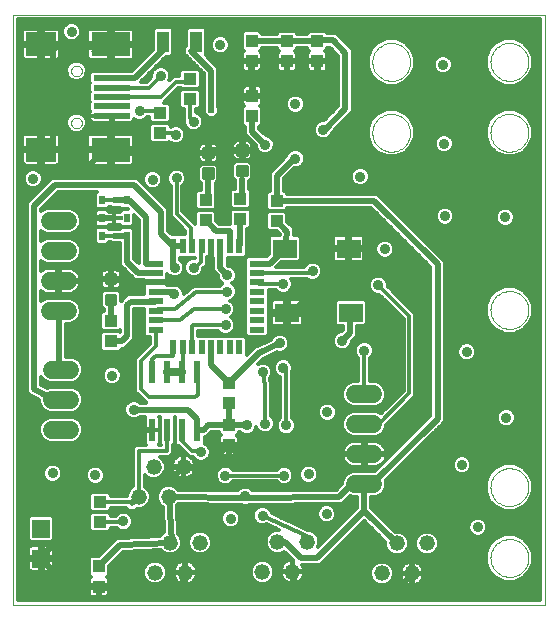
<source format=gtl>
G75*
%MOIN*%
%OFA0B0*%
%FSLAX24Y24*%
%IPPOS*%
%LPD*%
%AMOC8*
5,1,8,0,0,1.08239X$1,22.5*
%
%ADD10C,0.0000*%
%ADD11R,0.0500X0.0220*%
%ADD12R,0.0220X0.0500*%
%ADD13R,0.0394X0.0709*%
%ADD14R,0.0433X0.0394*%
%ADD15R,0.0394X0.0433*%
%ADD16R,0.0984X0.0787*%
%ADD17R,0.1299X0.0787*%
%ADD18R,0.1220X0.0197*%
%ADD19R,0.0630X0.0157*%
%ADD20R,0.0197X0.0315*%
%ADD21R,0.0787X0.0630*%
%ADD22C,0.0118*%
%ADD23C,0.0520*%
%ADD24R,0.0600X0.0600*%
%ADD25C,0.0600*%
%ADD26R,0.0220X0.0780*%
%ADD27C,0.0356*%
%ADD28C,0.0197*%
%ADD29C,0.0079*%
%ADD30C,0.0276*%
%ADD31C,0.0238*%
D10*
X000486Y000241D02*
X000486Y019926D01*
X018203Y019926D01*
X018203Y000241D01*
X000486Y000241D01*
X012455Y015989D02*
X012457Y016039D01*
X012463Y016089D01*
X012473Y016138D01*
X012487Y016186D01*
X012504Y016233D01*
X012525Y016278D01*
X012550Y016322D01*
X012578Y016363D01*
X012610Y016402D01*
X012644Y016439D01*
X012681Y016473D01*
X012721Y016503D01*
X012763Y016530D01*
X012807Y016554D01*
X012853Y016575D01*
X012900Y016591D01*
X012948Y016604D01*
X012998Y016613D01*
X013047Y016618D01*
X013098Y016619D01*
X013148Y016616D01*
X013197Y016609D01*
X013246Y016598D01*
X013294Y016583D01*
X013340Y016565D01*
X013385Y016543D01*
X013428Y016517D01*
X013469Y016488D01*
X013508Y016456D01*
X013544Y016421D01*
X013576Y016383D01*
X013606Y016343D01*
X013633Y016300D01*
X013656Y016256D01*
X013675Y016210D01*
X013691Y016162D01*
X013703Y016113D01*
X013711Y016064D01*
X013715Y016014D01*
X013715Y015964D01*
X013711Y015914D01*
X013703Y015865D01*
X013691Y015816D01*
X013675Y015768D01*
X013656Y015722D01*
X013633Y015678D01*
X013606Y015635D01*
X013576Y015595D01*
X013544Y015557D01*
X013508Y015522D01*
X013469Y015490D01*
X013428Y015461D01*
X013385Y015435D01*
X013340Y015413D01*
X013294Y015395D01*
X013246Y015380D01*
X013197Y015369D01*
X013148Y015362D01*
X013098Y015359D01*
X013047Y015360D01*
X012998Y015365D01*
X012948Y015374D01*
X012900Y015387D01*
X012853Y015403D01*
X012807Y015424D01*
X012763Y015448D01*
X012721Y015475D01*
X012681Y015505D01*
X012644Y015539D01*
X012610Y015576D01*
X012578Y015615D01*
X012550Y015656D01*
X012525Y015700D01*
X012504Y015745D01*
X012487Y015792D01*
X012473Y015840D01*
X012463Y015889D01*
X012457Y015939D01*
X012455Y015989D01*
X012455Y018351D02*
X012457Y018401D01*
X012463Y018451D01*
X012473Y018500D01*
X012487Y018548D01*
X012504Y018595D01*
X012525Y018640D01*
X012550Y018684D01*
X012578Y018725D01*
X012610Y018764D01*
X012644Y018801D01*
X012681Y018835D01*
X012721Y018865D01*
X012763Y018892D01*
X012807Y018916D01*
X012853Y018937D01*
X012900Y018953D01*
X012948Y018966D01*
X012998Y018975D01*
X013047Y018980D01*
X013098Y018981D01*
X013148Y018978D01*
X013197Y018971D01*
X013246Y018960D01*
X013294Y018945D01*
X013340Y018927D01*
X013385Y018905D01*
X013428Y018879D01*
X013469Y018850D01*
X013508Y018818D01*
X013544Y018783D01*
X013576Y018745D01*
X013606Y018705D01*
X013633Y018662D01*
X013656Y018618D01*
X013675Y018572D01*
X013691Y018524D01*
X013703Y018475D01*
X013711Y018426D01*
X013715Y018376D01*
X013715Y018326D01*
X013711Y018276D01*
X013703Y018227D01*
X013691Y018178D01*
X013675Y018130D01*
X013656Y018084D01*
X013633Y018040D01*
X013606Y017997D01*
X013576Y017957D01*
X013544Y017919D01*
X013508Y017884D01*
X013469Y017852D01*
X013428Y017823D01*
X013385Y017797D01*
X013340Y017775D01*
X013294Y017757D01*
X013246Y017742D01*
X013197Y017731D01*
X013148Y017724D01*
X013098Y017721D01*
X013047Y017722D01*
X012998Y017727D01*
X012948Y017736D01*
X012900Y017749D01*
X012853Y017765D01*
X012807Y017786D01*
X012763Y017810D01*
X012721Y017837D01*
X012681Y017867D01*
X012644Y017901D01*
X012610Y017938D01*
X012578Y017977D01*
X012550Y018018D01*
X012525Y018062D01*
X012504Y018107D01*
X012487Y018154D01*
X012473Y018202D01*
X012463Y018251D01*
X012457Y018301D01*
X012455Y018351D01*
X016392Y018351D02*
X016394Y018401D01*
X016400Y018451D01*
X016410Y018500D01*
X016424Y018548D01*
X016441Y018595D01*
X016462Y018640D01*
X016487Y018684D01*
X016515Y018725D01*
X016547Y018764D01*
X016581Y018801D01*
X016618Y018835D01*
X016658Y018865D01*
X016700Y018892D01*
X016744Y018916D01*
X016790Y018937D01*
X016837Y018953D01*
X016885Y018966D01*
X016935Y018975D01*
X016984Y018980D01*
X017035Y018981D01*
X017085Y018978D01*
X017134Y018971D01*
X017183Y018960D01*
X017231Y018945D01*
X017277Y018927D01*
X017322Y018905D01*
X017365Y018879D01*
X017406Y018850D01*
X017445Y018818D01*
X017481Y018783D01*
X017513Y018745D01*
X017543Y018705D01*
X017570Y018662D01*
X017593Y018618D01*
X017612Y018572D01*
X017628Y018524D01*
X017640Y018475D01*
X017648Y018426D01*
X017652Y018376D01*
X017652Y018326D01*
X017648Y018276D01*
X017640Y018227D01*
X017628Y018178D01*
X017612Y018130D01*
X017593Y018084D01*
X017570Y018040D01*
X017543Y017997D01*
X017513Y017957D01*
X017481Y017919D01*
X017445Y017884D01*
X017406Y017852D01*
X017365Y017823D01*
X017322Y017797D01*
X017277Y017775D01*
X017231Y017757D01*
X017183Y017742D01*
X017134Y017731D01*
X017085Y017724D01*
X017035Y017721D01*
X016984Y017722D01*
X016935Y017727D01*
X016885Y017736D01*
X016837Y017749D01*
X016790Y017765D01*
X016744Y017786D01*
X016700Y017810D01*
X016658Y017837D01*
X016618Y017867D01*
X016581Y017901D01*
X016547Y017938D01*
X016515Y017977D01*
X016487Y018018D01*
X016462Y018062D01*
X016441Y018107D01*
X016424Y018154D01*
X016410Y018202D01*
X016400Y018251D01*
X016394Y018301D01*
X016392Y018351D01*
X016392Y015989D02*
X016394Y016039D01*
X016400Y016089D01*
X016410Y016138D01*
X016424Y016186D01*
X016441Y016233D01*
X016462Y016278D01*
X016487Y016322D01*
X016515Y016363D01*
X016547Y016402D01*
X016581Y016439D01*
X016618Y016473D01*
X016658Y016503D01*
X016700Y016530D01*
X016744Y016554D01*
X016790Y016575D01*
X016837Y016591D01*
X016885Y016604D01*
X016935Y016613D01*
X016984Y016618D01*
X017035Y016619D01*
X017085Y016616D01*
X017134Y016609D01*
X017183Y016598D01*
X017231Y016583D01*
X017277Y016565D01*
X017322Y016543D01*
X017365Y016517D01*
X017406Y016488D01*
X017445Y016456D01*
X017481Y016421D01*
X017513Y016383D01*
X017543Y016343D01*
X017570Y016300D01*
X017593Y016256D01*
X017612Y016210D01*
X017628Y016162D01*
X017640Y016113D01*
X017648Y016064D01*
X017652Y016014D01*
X017652Y015964D01*
X017648Y015914D01*
X017640Y015865D01*
X017628Y015816D01*
X017612Y015768D01*
X017593Y015722D01*
X017570Y015678D01*
X017543Y015635D01*
X017513Y015595D01*
X017481Y015557D01*
X017445Y015522D01*
X017406Y015490D01*
X017365Y015461D01*
X017322Y015435D01*
X017277Y015413D01*
X017231Y015395D01*
X017183Y015380D01*
X017134Y015369D01*
X017085Y015362D01*
X017035Y015359D01*
X016984Y015360D01*
X016935Y015365D01*
X016885Y015374D01*
X016837Y015387D01*
X016790Y015403D01*
X016744Y015424D01*
X016700Y015448D01*
X016658Y015475D01*
X016618Y015505D01*
X016581Y015539D01*
X016547Y015576D01*
X016515Y015615D01*
X016487Y015656D01*
X016462Y015700D01*
X016441Y015745D01*
X016424Y015792D01*
X016410Y015840D01*
X016400Y015889D01*
X016394Y015939D01*
X016392Y015989D01*
X016392Y010083D02*
X016394Y010133D01*
X016400Y010183D01*
X016410Y010232D01*
X016424Y010280D01*
X016441Y010327D01*
X016462Y010372D01*
X016487Y010416D01*
X016515Y010457D01*
X016547Y010496D01*
X016581Y010533D01*
X016618Y010567D01*
X016658Y010597D01*
X016700Y010624D01*
X016744Y010648D01*
X016790Y010669D01*
X016837Y010685D01*
X016885Y010698D01*
X016935Y010707D01*
X016984Y010712D01*
X017035Y010713D01*
X017085Y010710D01*
X017134Y010703D01*
X017183Y010692D01*
X017231Y010677D01*
X017277Y010659D01*
X017322Y010637D01*
X017365Y010611D01*
X017406Y010582D01*
X017445Y010550D01*
X017481Y010515D01*
X017513Y010477D01*
X017543Y010437D01*
X017570Y010394D01*
X017593Y010350D01*
X017612Y010304D01*
X017628Y010256D01*
X017640Y010207D01*
X017648Y010158D01*
X017652Y010108D01*
X017652Y010058D01*
X017648Y010008D01*
X017640Y009959D01*
X017628Y009910D01*
X017612Y009862D01*
X017593Y009816D01*
X017570Y009772D01*
X017543Y009729D01*
X017513Y009689D01*
X017481Y009651D01*
X017445Y009616D01*
X017406Y009584D01*
X017365Y009555D01*
X017322Y009529D01*
X017277Y009507D01*
X017231Y009489D01*
X017183Y009474D01*
X017134Y009463D01*
X017085Y009456D01*
X017035Y009453D01*
X016984Y009454D01*
X016935Y009459D01*
X016885Y009468D01*
X016837Y009481D01*
X016790Y009497D01*
X016744Y009518D01*
X016700Y009542D01*
X016658Y009569D01*
X016618Y009599D01*
X016581Y009633D01*
X016547Y009670D01*
X016515Y009709D01*
X016487Y009750D01*
X016462Y009794D01*
X016441Y009839D01*
X016424Y009886D01*
X016410Y009934D01*
X016400Y009983D01*
X016394Y010033D01*
X016392Y010083D01*
X016392Y004178D02*
X016394Y004228D01*
X016400Y004278D01*
X016410Y004327D01*
X016424Y004375D01*
X016441Y004422D01*
X016462Y004467D01*
X016487Y004511D01*
X016515Y004552D01*
X016547Y004591D01*
X016581Y004628D01*
X016618Y004662D01*
X016658Y004692D01*
X016700Y004719D01*
X016744Y004743D01*
X016790Y004764D01*
X016837Y004780D01*
X016885Y004793D01*
X016935Y004802D01*
X016984Y004807D01*
X017035Y004808D01*
X017085Y004805D01*
X017134Y004798D01*
X017183Y004787D01*
X017231Y004772D01*
X017277Y004754D01*
X017322Y004732D01*
X017365Y004706D01*
X017406Y004677D01*
X017445Y004645D01*
X017481Y004610D01*
X017513Y004572D01*
X017543Y004532D01*
X017570Y004489D01*
X017593Y004445D01*
X017612Y004399D01*
X017628Y004351D01*
X017640Y004302D01*
X017648Y004253D01*
X017652Y004203D01*
X017652Y004153D01*
X017648Y004103D01*
X017640Y004054D01*
X017628Y004005D01*
X017612Y003957D01*
X017593Y003911D01*
X017570Y003867D01*
X017543Y003824D01*
X017513Y003784D01*
X017481Y003746D01*
X017445Y003711D01*
X017406Y003679D01*
X017365Y003650D01*
X017322Y003624D01*
X017277Y003602D01*
X017231Y003584D01*
X017183Y003569D01*
X017134Y003558D01*
X017085Y003551D01*
X017035Y003548D01*
X016984Y003549D01*
X016935Y003554D01*
X016885Y003563D01*
X016837Y003576D01*
X016790Y003592D01*
X016744Y003613D01*
X016700Y003637D01*
X016658Y003664D01*
X016618Y003694D01*
X016581Y003728D01*
X016547Y003765D01*
X016515Y003804D01*
X016487Y003845D01*
X016462Y003889D01*
X016441Y003934D01*
X016424Y003981D01*
X016410Y004029D01*
X016400Y004078D01*
X016394Y004128D01*
X016392Y004178D01*
X016392Y001816D02*
X016394Y001866D01*
X016400Y001916D01*
X016410Y001965D01*
X016424Y002013D01*
X016441Y002060D01*
X016462Y002105D01*
X016487Y002149D01*
X016515Y002190D01*
X016547Y002229D01*
X016581Y002266D01*
X016618Y002300D01*
X016658Y002330D01*
X016700Y002357D01*
X016744Y002381D01*
X016790Y002402D01*
X016837Y002418D01*
X016885Y002431D01*
X016935Y002440D01*
X016984Y002445D01*
X017035Y002446D01*
X017085Y002443D01*
X017134Y002436D01*
X017183Y002425D01*
X017231Y002410D01*
X017277Y002392D01*
X017322Y002370D01*
X017365Y002344D01*
X017406Y002315D01*
X017445Y002283D01*
X017481Y002248D01*
X017513Y002210D01*
X017543Y002170D01*
X017570Y002127D01*
X017593Y002083D01*
X017612Y002037D01*
X017628Y001989D01*
X017640Y001940D01*
X017648Y001891D01*
X017652Y001841D01*
X017652Y001791D01*
X017648Y001741D01*
X017640Y001692D01*
X017628Y001643D01*
X017612Y001595D01*
X017593Y001549D01*
X017570Y001505D01*
X017543Y001462D01*
X017513Y001422D01*
X017481Y001384D01*
X017445Y001349D01*
X017406Y001317D01*
X017365Y001288D01*
X017322Y001262D01*
X017277Y001240D01*
X017231Y001222D01*
X017183Y001207D01*
X017134Y001196D01*
X017085Y001189D01*
X017035Y001186D01*
X016984Y001187D01*
X016935Y001192D01*
X016885Y001201D01*
X016837Y001214D01*
X016790Y001230D01*
X016744Y001251D01*
X016700Y001275D01*
X016658Y001302D01*
X016618Y001332D01*
X016581Y001366D01*
X016547Y001403D01*
X016515Y001442D01*
X016487Y001483D01*
X016462Y001527D01*
X016441Y001572D01*
X016424Y001619D01*
X016410Y001667D01*
X016400Y001716D01*
X016394Y001766D01*
X016392Y001816D01*
X002416Y016316D02*
X002418Y016342D01*
X002424Y016368D01*
X002434Y016393D01*
X002447Y016416D01*
X002463Y016436D01*
X002483Y016454D01*
X002505Y016469D01*
X002528Y016481D01*
X002554Y016489D01*
X002580Y016493D01*
X002606Y016493D01*
X002632Y016489D01*
X002658Y016481D01*
X002682Y016469D01*
X002703Y016454D01*
X002723Y016436D01*
X002739Y016416D01*
X002752Y016393D01*
X002762Y016368D01*
X002768Y016342D01*
X002770Y016316D01*
X002768Y016290D01*
X002762Y016264D01*
X002752Y016239D01*
X002739Y016216D01*
X002723Y016196D01*
X002703Y016178D01*
X002681Y016163D01*
X002658Y016151D01*
X002632Y016143D01*
X002606Y016139D01*
X002580Y016139D01*
X002554Y016143D01*
X002528Y016151D01*
X002504Y016163D01*
X002483Y016178D01*
X002463Y016196D01*
X002447Y016216D01*
X002434Y016239D01*
X002424Y016264D01*
X002418Y016290D01*
X002416Y016316D01*
X002416Y018048D02*
X002418Y018074D01*
X002424Y018100D01*
X002434Y018125D01*
X002447Y018148D01*
X002463Y018168D01*
X002483Y018186D01*
X002505Y018201D01*
X002528Y018213D01*
X002554Y018221D01*
X002580Y018225D01*
X002606Y018225D01*
X002632Y018221D01*
X002658Y018213D01*
X002682Y018201D01*
X002703Y018186D01*
X002723Y018168D01*
X002739Y018148D01*
X002752Y018125D01*
X002762Y018100D01*
X002768Y018074D01*
X002770Y018048D01*
X002768Y018022D01*
X002762Y017996D01*
X002752Y017971D01*
X002739Y017948D01*
X002723Y017928D01*
X002703Y017910D01*
X002681Y017895D01*
X002658Y017883D01*
X002632Y017875D01*
X002606Y017871D01*
X002580Y017871D01*
X002554Y017875D01*
X002528Y017883D01*
X002504Y017895D01*
X002483Y017910D01*
X002463Y017928D01*
X002447Y017948D01*
X002434Y017971D01*
X002424Y017996D01*
X002418Y018022D01*
X002416Y018048D01*
D11*
X005230Y011631D03*
X005230Y011316D03*
X005230Y011001D03*
X005230Y010686D03*
X005230Y010371D03*
X005230Y010056D03*
X005230Y009741D03*
X005230Y009426D03*
X008610Y009426D03*
X008610Y009741D03*
X008610Y010056D03*
X008610Y010371D03*
X008610Y010686D03*
X008610Y011001D03*
X008610Y011316D03*
X008610Y011631D03*
D12*
X008022Y012218D03*
X007707Y012218D03*
X007392Y012218D03*
X007077Y012218D03*
X006762Y012218D03*
X006447Y012218D03*
X006132Y012218D03*
X005817Y012218D03*
X005817Y008838D03*
X006132Y008838D03*
X006447Y008838D03*
X006762Y008838D03*
X007077Y008838D03*
X007392Y008838D03*
X007707Y008838D03*
X008022Y008838D03*
D13*
X006581Y019020D03*
X005479Y019020D03*
D14*
X006372Y017784D03*
X006372Y017115D03*
X005376Y016654D03*
X005376Y015985D03*
X006904Y013745D03*
X006904Y013076D03*
X008053Y013127D03*
X008053Y013796D03*
X009270Y013713D03*
X009270Y013044D03*
X007683Y007658D03*
X007683Y006989D03*
X003746Y009032D03*
X003746Y009702D03*
X003372Y003694D03*
X003372Y003024D03*
D15*
X003333Y001532D03*
X003333Y000863D03*
X007668Y005568D03*
X007668Y006237D03*
X008455Y016548D03*
X008455Y017217D03*
X008431Y018383D03*
X008431Y019052D03*
X009609Y019044D03*
X009609Y018375D03*
X010620Y018375D03*
X010620Y019044D03*
D16*
X001412Y018934D03*
X001412Y015430D03*
D17*
X003734Y015430D03*
X003734Y018934D03*
D18*
X003774Y017812D03*
X003774Y017497D03*
X003774Y017182D03*
X003774Y016867D03*
X003774Y016552D03*
D19*
X003857Y013733D03*
X003857Y013143D03*
X003857Y012552D03*
D20*
X004270Y012552D03*
X004270Y013143D03*
X004270Y013733D03*
X003443Y013733D03*
X003443Y013143D03*
X003443Y012552D03*
D21*
X009534Y012131D03*
X009605Y009985D03*
X011731Y009985D03*
X011660Y012131D03*
D22*
X011719Y012135D02*
X012556Y012135D01*
X012556Y012170D02*
X012556Y012044D01*
X012604Y011928D01*
X012693Y011839D01*
X012809Y011791D01*
X012935Y011791D01*
X013051Y011839D01*
X013140Y011928D01*
X013188Y012044D01*
X013188Y012170D01*
X013140Y012286D01*
X013051Y012375D01*
X012935Y012423D01*
X012809Y012423D01*
X012693Y012375D01*
X012604Y012286D01*
X012556Y012170D01*
X012590Y012252D02*
X012191Y012252D01*
X012191Y012190D02*
X012191Y012464D01*
X012182Y012499D01*
X012164Y012530D01*
X012138Y012556D01*
X012107Y012574D01*
X012072Y012583D01*
X011719Y012583D01*
X011719Y012190D01*
X011601Y012190D01*
X011601Y012583D01*
X011248Y012583D01*
X011213Y012574D01*
X011181Y012556D01*
X011156Y012530D01*
X011138Y012499D01*
X011128Y012464D01*
X011128Y012190D01*
X011601Y012190D01*
X011601Y012072D01*
X011128Y012072D01*
X011128Y011798D01*
X011138Y011763D01*
X011156Y011731D01*
X011181Y011705D01*
X011213Y011687D01*
X011248Y011678D01*
X011601Y011678D01*
X011601Y012072D01*
X011719Y012072D01*
X011719Y012190D01*
X012191Y012190D01*
X012191Y012072D02*
X011719Y012072D01*
X011719Y011678D01*
X012072Y011678D01*
X012107Y011687D01*
X012138Y011705D01*
X012164Y011731D01*
X012182Y011763D01*
X012191Y011798D01*
X012191Y012072D01*
X012191Y012019D02*
X012567Y012019D01*
X012631Y011902D02*
X012191Y011902D01*
X012188Y011785D02*
X014116Y011785D01*
X014232Y011669D02*
X010592Y011669D01*
X010646Y011647D02*
X010530Y011695D01*
X010404Y011695D01*
X010288Y011647D01*
X010199Y011558D01*
X010180Y011513D01*
X009250Y011513D01*
X009415Y011678D01*
X009984Y011678D01*
X010065Y011759D01*
X010065Y012503D01*
X009984Y012583D01*
X009838Y012583D01*
X009839Y012586D01*
X009853Y012600D01*
X009853Y012681D01*
X009864Y012760D01*
X009853Y012776D01*
X009853Y012795D01*
X009796Y012853D01*
X009747Y012917D01*
X009728Y012920D01*
X009624Y013024D01*
X009624Y013298D01*
X009544Y013379D01*
X009624Y013459D01*
X009624Y013477D01*
X012424Y013477D01*
X014392Y011509D01*
X014392Y006561D01*
X012546Y004714D01*
X011800Y004714D01*
X011639Y004648D01*
X011516Y004524D01*
X011449Y004363D01*
X011449Y004278D01*
X011258Y004087D01*
X008482Y004066D01*
X008402Y004147D01*
X008286Y004195D01*
X008160Y004195D01*
X008044Y004147D01*
X007963Y004066D01*
X005995Y004084D01*
X005891Y004188D01*
X005745Y004249D01*
X005586Y004249D01*
X005440Y004188D01*
X005328Y004077D01*
X005268Y003930D01*
X005268Y003772D01*
X005328Y003626D01*
X005440Y003514D01*
X005469Y003502D01*
X005513Y002679D01*
X005488Y002669D01*
X005376Y002557D01*
X005373Y002551D01*
X004044Y002485D01*
X003952Y002485D01*
X003947Y002480D01*
X003940Y002480D01*
X003878Y002412D01*
X003353Y001887D01*
X003079Y001887D01*
X002998Y001806D01*
X002998Y001259D01*
X003061Y001196D01*
X003051Y001190D01*
X003026Y001164D01*
X003008Y001133D01*
X002998Y001098D01*
X002998Y000902D01*
X003294Y000902D01*
X003294Y000824D01*
X000646Y000824D01*
X000646Y000941D02*
X002998Y000941D01*
X002998Y001057D02*
X000646Y001057D01*
X000646Y001174D02*
X003035Y001174D01*
X002998Y001290D02*
X000646Y001290D01*
X000646Y001407D02*
X001014Y001407D01*
X001009Y001411D02*
X001035Y001386D01*
X001066Y001368D01*
X001101Y001358D01*
X001379Y001358D01*
X001379Y001755D01*
X001460Y001755D01*
X001460Y001358D01*
X001738Y001358D01*
X001773Y001368D01*
X001804Y001386D01*
X001830Y001411D01*
X001848Y001443D01*
X001857Y001478D01*
X001857Y001755D01*
X001460Y001755D01*
X001460Y001837D01*
X001379Y001837D01*
X001379Y002234D01*
X001101Y002234D01*
X001066Y002224D01*
X001035Y002206D01*
X001009Y002181D01*
X000991Y002149D01*
X000982Y002114D01*
X000982Y001837D01*
X001379Y001837D01*
X001379Y001755D01*
X000982Y001755D01*
X000982Y001478D01*
X000991Y001443D01*
X001009Y001411D01*
X000982Y001524D02*
X000646Y001524D01*
X000646Y001640D02*
X000982Y001640D01*
X000982Y001873D02*
X000646Y001873D01*
X000646Y001757D02*
X001379Y001757D01*
X001460Y001757D02*
X002998Y001757D01*
X002998Y001640D02*
X001857Y001640D01*
X001857Y001524D02*
X002998Y001524D01*
X002998Y001407D02*
X001825Y001407D01*
X001460Y001407D02*
X001379Y001407D01*
X001379Y001524D02*
X001460Y001524D01*
X001460Y001640D02*
X001379Y001640D01*
X001460Y001837D02*
X001857Y001837D01*
X001857Y002114D01*
X001848Y002149D01*
X001830Y002181D01*
X001804Y002206D01*
X001773Y002224D01*
X001738Y002234D01*
X001460Y002234D01*
X001460Y001837D01*
X001460Y001873D02*
X001379Y001873D01*
X001379Y001990D02*
X001460Y001990D01*
X001460Y002107D02*
X001379Y002107D01*
X001379Y002223D02*
X001460Y002223D01*
X001775Y002223D02*
X003690Y002223D01*
X003573Y002107D02*
X001857Y002107D01*
X001857Y001990D02*
X003457Y001990D01*
X003066Y001873D02*
X001857Y001873D01*
X001777Y002358D02*
X001857Y002439D01*
X001857Y003153D01*
X001777Y003234D01*
X001062Y003234D01*
X000982Y003153D01*
X000982Y002439D01*
X001062Y002358D01*
X001777Y002358D01*
X001857Y002457D02*
X003919Y002457D01*
X003806Y002340D02*
X000646Y002340D01*
X000646Y002457D02*
X000982Y002457D01*
X000982Y002573D02*
X000646Y002573D01*
X000646Y002690D02*
X000982Y002690D01*
X000982Y002806D02*
X000646Y002806D01*
X000646Y002923D02*
X000982Y002923D01*
X000982Y003040D02*
X000646Y003040D01*
X000646Y003156D02*
X000985Y003156D01*
X000646Y003273D02*
X003018Y003273D01*
X003018Y003278D02*
X003018Y002770D01*
X003099Y002690D01*
X001857Y002690D01*
X001857Y002806D02*
X003018Y002806D01*
X003018Y002923D02*
X001857Y002923D01*
X001857Y003040D02*
X003018Y003040D01*
X003018Y003156D02*
X001854Y003156D01*
X001857Y002573D02*
X005392Y002573D01*
X005512Y002690D02*
X003646Y002690D01*
X003727Y002770D01*
X003727Y002828D01*
X003910Y002828D01*
X003973Y002764D01*
X004089Y002716D01*
X004215Y002716D01*
X004331Y002764D01*
X004420Y002853D01*
X004468Y002969D01*
X004468Y003095D01*
X004420Y003211D01*
X004331Y003300D01*
X004215Y003348D01*
X004089Y003348D01*
X003973Y003300D01*
X003894Y003221D01*
X003727Y003221D01*
X003727Y003278D01*
X003646Y003359D01*
X003099Y003359D01*
X003018Y003278D01*
X003099Y003359D02*
X003646Y003359D01*
X003727Y003440D01*
X003727Y003497D01*
X004249Y003497D01*
X004349Y003396D01*
X004545Y003396D01*
X004602Y003453D01*
X004745Y003453D01*
X004891Y003514D01*
X005003Y003626D01*
X005063Y003772D01*
X005063Y003930D01*
X005003Y004077D01*
X004891Y004188D01*
X004864Y004199D01*
X004864Y004590D01*
X004940Y004514D01*
X005086Y004453D01*
X005245Y004453D01*
X005391Y004514D01*
X005503Y004626D01*
X005563Y004772D01*
X005563Y004930D01*
X005503Y005077D01*
X005391Y005188D01*
X005388Y005190D01*
X005700Y005190D01*
X005815Y005305D01*
X005815Y005568D01*
X005866Y005619D01*
X005866Y006513D01*
X005863Y006517D01*
X005874Y006517D01*
X005871Y006513D01*
X005871Y005619D01*
X005951Y005538D01*
X006017Y005538D01*
X006296Y005259D01*
X006328Y005215D01*
X006282Y005234D01*
X006205Y005249D01*
X006187Y005249D01*
X006187Y004872D01*
X006563Y004872D01*
X006563Y004890D01*
X006548Y004967D01*
X006518Y005040D01*
X006475Y005105D01*
X006419Y005160D01*
X006375Y005190D01*
X006430Y005190D01*
X006467Y005183D01*
X006478Y005156D01*
X006567Y005068D01*
X006683Y005020D01*
X006809Y005020D01*
X006925Y005068D01*
X007014Y005156D01*
X007062Y005273D01*
X007062Y005398D01*
X007014Y005514D01*
X006925Y005603D01*
X006866Y005628D01*
X006866Y005855D01*
X006934Y005855D01*
X006946Y005866D01*
X006961Y005868D01*
X007013Y005934D01*
X007080Y006001D01*
X007333Y006001D01*
X007333Y005963D01*
X007396Y005900D01*
X007386Y005895D01*
X007360Y005869D01*
X007342Y005837D01*
X007333Y005802D01*
X007333Y005607D01*
X007628Y005607D01*
X007628Y005528D01*
X007707Y005528D01*
X007707Y005213D01*
X007883Y005213D01*
X007918Y005223D01*
X007949Y005241D01*
X007975Y005267D01*
X007993Y005298D01*
X008002Y005333D01*
X008002Y005528D01*
X007707Y005528D01*
X007707Y005607D01*
X008002Y005607D01*
X008002Y005802D01*
X007993Y005837D01*
X007975Y005869D01*
X007949Y005895D01*
X007939Y005900D01*
X008002Y005963D01*
X008002Y006010D01*
X008057Y006007D01*
X008099Y005965D01*
X008215Y005917D01*
X008341Y005917D01*
X008457Y005965D01*
X008546Y006054D01*
X008592Y006167D01*
X008616Y006109D01*
X008705Y006020D01*
X008821Y005972D01*
X008947Y005972D01*
X009063Y006020D01*
X009152Y006109D01*
X009200Y006225D01*
X009200Y006351D01*
X009152Y006467D01*
X009080Y006539D01*
X009077Y007482D01*
X009088Y007498D01*
X009077Y007562D01*
X009077Y007626D01*
X009063Y007640D01*
X009034Y007803D01*
X009065Y007834D01*
X009113Y007950D01*
X009113Y008075D01*
X009065Y008192D01*
X008976Y008280D01*
X008860Y008329D01*
X008735Y008329D01*
X008654Y008295D01*
X008805Y008446D01*
X009279Y008666D01*
X009309Y008653D01*
X009435Y008653D01*
X009551Y008701D01*
X009640Y008790D01*
X009688Y008906D01*
X009688Y009032D01*
X009640Y009148D01*
X009551Y009237D01*
X009435Y009285D01*
X009309Y009285D01*
X009193Y009237D01*
X009104Y009148D01*
X009083Y009095D01*
X008615Y008879D01*
X008570Y008879D01*
X008530Y008839D01*
X008479Y008816D01*
X008464Y008773D01*
X008270Y008579D01*
X008270Y009145D01*
X008189Y009226D01*
X006644Y009226D01*
X006644Y009375D01*
X007319Y009375D01*
X007390Y009304D01*
X007506Y009256D01*
X007632Y009256D01*
X007748Y009304D01*
X007837Y009393D01*
X007885Y009509D01*
X007885Y009634D01*
X007837Y009751D01*
X007748Y009839D01*
X007734Y009845D01*
X007748Y009851D01*
X007837Y009940D01*
X007885Y010056D01*
X007885Y010182D01*
X007837Y010298D01*
X007748Y010387D01*
X007726Y010396D01*
X007799Y010426D01*
X007888Y010515D01*
X007936Y010631D01*
X007936Y010757D01*
X007888Y010873D01*
X007799Y010962D01*
X007785Y010967D01*
X007799Y010973D01*
X007888Y011062D01*
X007936Y011178D01*
X007936Y011304D01*
X007888Y011420D01*
X007799Y011509D01*
X007683Y011557D01*
X007638Y011557D01*
X007628Y011567D01*
X007628Y011831D01*
X008189Y011831D01*
X008270Y011911D01*
X008270Y012132D01*
X008290Y012152D01*
X008290Y012792D01*
X008327Y012792D01*
X008408Y012873D01*
X008408Y013381D01*
X008327Y013461D01*
X007780Y013461D01*
X007699Y013381D01*
X007699Y012965D01*
X007348Y012965D01*
X007258Y013055D01*
X007258Y013330D01*
X007177Y013410D01*
X006630Y013410D01*
X006549Y013330D01*
X006549Y012948D01*
X006501Y012997D01*
X006124Y013374D01*
X006124Y014219D01*
X006195Y014290D01*
X006243Y014406D01*
X006243Y014532D01*
X006195Y014648D01*
X006106Y014737D01*
X005990Y014785D01*
X005865Y014785D01*
X005748Y014737D01*
X005660Y014648D01*
X005611Y014532D01*
X005611Y014406D01*
X005660Y014290D01*
X005731Y014219D01*
X005731Y013211D01*
X006223Y012718D01*
X005651Y012718D01*
X005644Y012726D02*
X005644Y013445D01*
X005506Y013583D01*
X004600Y014489D01*
X001782Y014489D01*
X001644Y014351D01*
X001440Y014351D01*
X001460Y014399D02*
X001412Y014282D01*
X001323Y014194D01*
X001207Y014146D01*
X001081Y014146D01*
X000965Y014194D01*
X000876Y014282D01*
X000828Y014399D01*
X000828Y014524D01*
X000876Y014640D01*
X000965Y014729D01*
X001081Y014777D01*
X001207Y014777D01*
X001323Y014729D01*
X001412Y014640D01*
X001460Y014524D01*
X001460Y014399D01*
X001460Y014467D02*
X001761Y014467D01*
X001644Y014351D02*
X000935Y013642D01*
X000935Y007494D01*
X000917Y007457D01*
X000935Y007400D01*
X000935Y007340D01*
X000965Y007310D01*
X000978Y007271D01*
X001031Y007244D01*
X001074Y007202D01*
X001115Y007202D01*
X001347Y007085D01*
X001347Y007004D01*
X001414Y006843D01*
X001537Y006720D01*
X001698Y006654D01*
X002472Y006654D01*
X002633Y006720D01*
X002756Y006843D01*
X002823Y007004D01*
X002823Y007178D01*
X002756Y007339D01*
X002633Y007462D01*
X002472Y007529D01*
X001698Y007529D01*
X001598Y007488D01*
X001596Y007488D01*
X001511Y007533D01*
X001509Y007532D01*
X001408Y007583D01*
X001408Y007858D01*
X001414Y007843D01*
X001537Y007720D01*
X001698Y007654D01*
X002472Y007654D01*
X002633Y007720D01*
X002756Y007843D01*
X002823Y008004D01*
X002823Y008178D01*
X002756Y008339D01*
X002633Y008462D01*
X002472Y008529D01*
X002231Y008529D01*
X002231Y009610D01*
X002381Y009610D01*
X002542Y009677D01*
X002665Y009800D01*
X002732Y009961D01*
X002732Y010135D01*
X002665Y010296D01*
X002542Y010419D01*
X002381Y010486D01*
X001607Y010486D01*
X001446Y010419D01*
X001408Y010381D01*
X001408Y010716D01*
X001409Y010714D01*
X001465Y010674D01*
X001526Y010642D01*
X001592Y010621D01*
X001660Y010610D01*
X001953Y010610D01*
X001953Y011007D01*
X002035Y011007D01*
X002035Y010610D01*
X002329Y010610D01*
X002397Y010621D01*
X002462Y010642D01*
X002524Y010674D01*
X002580Y010714D01*
X002628Y010763D01*
X002669Y010819D01*
X002700Y010880D01*
X002721Y010946D01*
X002731Y011007D01*
X002035Y011007D01*
X002035Y011089D01*
X001953Y011089D01*
X001953Y011486D01*
X001660Y011486D01*
X001592Y011475D01*
X001526Y011454D01*
X001465Y011422D01*
X001409Y011382D01*
X001408Y011381D01*
X001408Y011716D01*
X001446Y011677D01*
X001607Y011610D01*
X002381Y011610D01*
X002542Y011677D01*
X002665Y011800D01*
X002732Y011961D01*
X002732Y012135D01*
X002665Y012296D01*
X002542Y012419D01*
X002381Y012486D01*
X001607Y012486D01*
X001446Y012419D01*
X001408Y012381D01*
X001408Y012716D01*
X001446Y012677D01*
X001607Y012610D01*
X002381Y012610D01*
X002542Y012677D01*
X002665Y012800D01*
X002732Y012961D01*
X002732Y013135D01*
X002665Y013296D01*
X002542Y013419D01*
X002381Y013486D01*
X001607Y013486D01*
X001446Y013419D01*
X001408Y013381D01*
X001408Y013446D01*
X001978Y014017D01*
X003276Y014017D01*
X003207Y013948D01*
X003207Y013519D01*
X003288Y013438D01*
X003599Y013438D01*
X003288Y013438D01*
X003207Y013357D01*
X003207Y012928D01*
X003288Y012847D01*
X003207Y012767D01*
X003207Y012337D01*
X003288Y012257D01*
X003599Y012257D01*
X003677Y012335D01*
X003739Y012335D01*
X003759Y012316D01*
X004053Y012316D01*
X004053Y011584D01*
X004192Y011446D01*
X004558Y011080D01*
X004842Y011080D01*
X004842Y011001D01*
X005230Y011001D01*
X005617Y011001D01*
X005617Y011129D01*
X005613Y011144D01*
X005617Y011149D01*
X005617Y011289D01*
X005685Y011221D01*
X005802Y011173D01*
X005927Y011173D01*
X006043Y011221D01*
X006132Y011310D01*
X006180Y011426D01*
X006180Y011552D01*
X006186Y011552D01*
X006186Y011426D01*
X006234Y011310D01*
X006323Y011221D01*
X006439Y011173D01*
X006565Y011173D01*
X006681Y011221D01*
X006770Y011310D01*
X006818Y011426D01*
X006818Y011471D01*
X006828Y011481D01*
X006943Y011596D01*
X006943Y011832D01*
X006949Y011831D01*
X007077Y011831D01*
X007156Y011831D01*
X007156Y011371D01*
X007294Y011233D01*
X007304Y011223D01*
X007304Y011178D01*
X007353Y011062D01*
X007441Y010973D01*
X007455Y010967D01*
X007441Y010962D01*
X007369Y010890D01*
X006595Y010887D01*
X006525Y010894D01*
X006515Y010886D01*
X006503Y010886D01*
X006453Y010836D01*
X006169Y010608D01*
X006169Y010670D01*
X006120Y010786D01*
X006032Y010875D01*
X005933Y010916D01*
X005927Y010922D01*
X005918Y010922D01*
X005915Y010923D01*
X005887Y010923D01*
X005855Y010940D01*
X005797Y010923D01*
X005790Y010923D01*
X005787Y010922D01*
X005617Y010922D01*
X005617Y011001D01*
X005230Y011001D01*
X005230Y011001D01*
X005230Y011001D01*
X004842Y011001D01*
X004842Y010873D01*
X004846Y010857D01*
X004842Y010853D01*
X004842Y010599D01*
X004306Y010599D01*
X004192Y010485D01*
X004077Y010370D01*
X004077Y010639D01*
X003962Y010754D01*
X003523Y010754D01*
X003408Y010639D01*
X003408Y010200D01*
X003506Y010102D01*
X003506Y010036D01*
X003473Y010036D01*
X003392Y009956D01*
X003392Y009448D01*
X003473Y009367D01*
X003392Y009286D01*
X003392Y008778D01*
X003473Y008698D01*
X004020Y008698D01*
X004101Y008778D01*
X004101Y008796D01*
X004198Y008796D01*
X004337Y008934D01*
X004526Y009123D01*
X004526Y010127D01*
X004842Y010127D01*
X004842Y009259D01*
X004922Y009178D01*
X005033Y009178D01*
X005033Y008955D01*
X004669Y008591D01*
X004553Y008476D01*
X004553Y007360D01*
X004829Y007085D01*
X004925Y006989D01*
X004717Y006989D01*
X004685Y007021D01*
X004569Y007069D01*
X004443Y007069D01*
X004327Y007021D01*
X004238Y006932D01*
X004190Y006816D01*
X004190Y006690D01*
X004238Y006574D01*
X004327Y006485D01*
X004443Y006437D01*
X004569Y006437D01*
X004685Y006485D01*
X004717Y006517D01*
X004884Y006517D01*
X004880Y006509D01*
X004871Y006474D01*
X004871Y006066D01*
X004871Y005658D01*
X004880Y005623D01*
X004898Y005592D01*
X004906Y005583D01*
X004586Y005583D01*
X004471Y005468D01*
X004471Y004201D01*
X004440Y004188D01*
X004328Y004077D01*
X004268Y003930D01*
X004268Y003891D01*
X003727Y003891D01*
X003727Y003948D01*
X003646Y004028D01*
X003099Y004028D01*
X003018Y003948D01*
X003018Y003440D01*
X003099Y003359D01*
X003068Y003389D02*
X000646Y003389D01*
X000646Y003506D02*
X003018Y003506D01*
X003018Y003623D02*
X000646Y003623D01*
X000646Y003739D02*
X003018Y003739D01*
X003018Y003856D02*
X000646Y003856D01*
X000646Y003972D02*
X003043Y003972D01*
X003152Y004256D02*
X003036Y004304D01*
X002947Y004393D01*
X002899Y004509D01*
X002899Y004634D01*
X002947Y004751D01*
X003036Y004839D01*
X003152Y004888D01*
X003278Y004888D01*
X003394Y004839D01*
X003483Y004751D01*
X003531Y004634D01*
X003531Y004509D01*
X003483Y004393D01*
X003394Y004304D01*
X003278Y004256D01*
X003152Y004256D01*
X003017Y004322D02*
X001873Y004322D01*
X001864Y004319D02*
X001980Y004367D01*
X002069Y004456D01*
X002117Y004572D01*
X002117Y004697D01*
X002069Y004814D01*
X001980Y004902D01*
X001864Y004951D01*
X001739Y004951D01*
X001622Y004902D01*
X001534Y004814D01*
X001486Y004697D01*
X001486Y004572D01*
X001534Y004456D01*
X001622Y004367D01*
X001739Y004319D01*
X001864Y004319D01*
X001730Y004322D02*
X000646Y004322D01*
X000646Y004206D02*
X004471Y004206D01*
X004471Y004322D02*
X003412Y004322D01*
X003502Y004439D02*
X004471Y004439D01*
X004471Y004556D02*
X003531Y004556D01*
X003515Y004672D02*
X004471Y004672D01*
X004471Y004789D02*
X003444Y004789D01*
X002985Y004789D02*
X002080Y004789D01*
X002117Y004672D02*
X002914Y004672D01*
X002899Y004556D02*
X002111Y004556D01*
X002052Y004439D02*
X002928Y004439D01*
X003372Y003694D02*
X004508Y003694D01*
X004666Y003851D01*
X004668Y003851D01*
X004668Y005387D01*
X005618Y005387D01*
X005618Y006066D01*
X005371Y006071D02*
X005366Y006071D01*
X005366Y006066D02*
X005366Y006474D01*
X005357Y006509D01*
X005353Y006517D01*
X005374Y006517D01*
X005371Y006513D01*
X005371Y005619D01*
X005406Y005583D01*
X005330Y005583D01*
X005339Y005592D01*
X005357Y005623D01*
X005366Y005658D01*
X005366Y006066D01*
X005118Y006066D01*
X004871Y006066D01*
X005118Y006066D01*
X005118Y006066D01*
X005118Y006066D01*
X005366Y006066D01*
X005366Y005955D02*
X005371Y005955D01*
X005366Y005838D02*
X005371Y005838D01*
X005366Y005722D02*
X005371Y005722D01*
X005385Y005605D02*
X005346Y005605D01*
X005441Y005139D02*
X005890Y005139D01*
X005912Y005160D02*
X005857Y005105D01*
X005813Y005040D01*
X005783Y004967D01*
X005768Y004890D01*
X005768Y004872D01*
X006145Y004872D01*
X006145Y005249D01*
X006126Y005249D01*
X006050Y005234D01*
X005977Y005204D01*
X005912Y005160D01*
X005806Y005022D02*
X005525Y005022D01*
X005563Y004905D02*
X005771Y004905D01*
X005768Y004830D02*
X005768Y004812D01*
X005783Y004735D01*
X005813Y004663D01*
X005857Y004598D01*
X005912Y004542D01*
X005977Y004499D01*
X006050Y004469D01*
X006126Y004453D01*
X006145Y004453D01*
X006145Y004830D01*
X006187Y004830D01*
X006187Y004872D01*
X006145Y004872D01*
X006145Y004830D01*
X005768Y004830D01*
X005772Y004789D02*
X005563Y004789D01*
X005522Y004672D02*
X005809Y004672D01*
X005899Y004556D02*
X005433Y004556D01*
X005482Y004206D02*
X004864Y004206D01*
X004864Y004322D02*
X007346Y004322D01*
X007372Y004296D02*
X007489Y004248D01*
X007614Y004248D01*
X007730Y004296D01*
X007801Y004367D01*
X009260Y004367D01*
X009331Y004296D01*
X009447Y004248D01*
X009573Y004248D01*
X009689Y004296D01*
X009778Y004385D01*
X009826Y004501D01*
X009826Y004627D01*
X009778Y004743D01*
X009689Y004832D01*
X009573Y004880D01*
X009447Y004880D01*
X009331Y004832D01*
X009260Y004761D01*
X007801Y004761D01*
X007730Y004832D01*
X007614Y004880D01*
X007489Y004880D01*
X007372Y004832D01*
X007284Y004743D01*
X007236Y004627D01*
X007236Y004501D01*
X007284Y004385D01*
X007372Y004296D01*
X007261Y004439D02*
X004864Y004439D01*
X004864Y004556D02*
X004899Y004556D01*
X004990Y004089D02*
X005341Y004089D01*
X005285Y003972D02*
X005046Y003972D01*
X005063Y003856D02*
X005268Y003856D01*
X005281Y003739D02*
X005050Y003739D01*
X005000Y003623D02*
X005332Y003623D01*
X005459Y003506D02*
X004872Y003506D01*
X004442Y003156D02*
X005487Y003156D01*
X005494Y003040D02*
X004468Y003040D01*
X004448Y002923D02*
X005500Y002923D01*
X005506Y002806D02*
X004373Y002806D01*
X004144Y003024D02*
X004152Y003032D01*
X004144Y003024D02*
X003372Y003024D01*
X003099Y002690D02*
X003646Y002690D01*
X003727Y002806D02*
X003931Y002806D01*
X003946Y003273D02*
X003727Y003273D01*
X003676Y003389D02*
X005475Y003389D01*
X005481Y003273D02*
X004358Y003273D01*
X004285Y003972D02*
X003702Y003972D01*
X004341Y004089D02*
X000646Y004089D01*
X000646Y004439D02*
X001550Y004439D01*
X001492Y004556D02*
X000646Y004556D01*
X000646Y004672D02*
X001486Y004672D01*
X001523Y004789D02*
X000646Y004789D01*
X000646Y004905D02*
X001629Y004905D01*
X001973Y004905D02*
X004471Y004905D01*
X004471Y005022D02*
X000646Y005022D01*
X000646Y005139D02*
X004471Y005139D01*
X004471Y005255D02*
X000646Y005255D01*
X000646Y005372D02*
X004471Y005372D01*
X004491Y005488D02*
X000646Y005488D01*
X000646Y005605D02*
X004890Y005605D01*
X004871Y005722D02*
X002634Y005722D01*
X002633Y005720D02*
X002756Y005843D01*
X002823Y006004D01*
X002823Y006178D01*
X002756Y006339D01*
X002633Y006462D01*
X002472Y006529D01*
X001698Y006529D01*
X001537Y006462D01*
X001414Y006339D01*
X001347Y006178D01*
X001347Y006004D01*
X001414Y005843D01*
X001537Y005720D01*
X001698Y005654D01*
X002472Y005654D01*
X002633Y005720D01*
X002751Y005838D02*
X004871Y005838D01*
X004871Y005955D02*
X002802Y005955D01*
X002823Y006071D02*
X004871Y006071D01*
X004871Y006188D02*
X002819Y006188D01*
X002770Y006305D02*
X004871Y006305D01*
X004871Y006421D02*
X002674Y006421D01*
X002474Y006655D02*
X004205Y006655D01*
X004190Y006771D02*
X002684Y006771D01*
X002774Y006888D02*
X004220Y006888D01*
X004311Y007004D02*
X002823Y007004D01*
X002823Y007121D02*
X004793Y007121D01*
X004701Y007004D02*
X004909Y007004D01*
X005026Y007166D02*
X006557Y007166D01*
X006636Y007245D01*
X006636Y007831D01*
X006618Y008006D01*
X006132Y008006D02*
X006132Y008838D01*
X005817Y008838D02*
X005817Y008560D01*
X005809Y008552D01*
X005238Y008552D01*
X005124Y008438D01*
X005124Y008012D01*
X005118Y008006D01*
X004750Y008394D02*
X004750Y007442D01*
X005026Y007166D01*
X004676Y007238D02*
X002798Y007238D01*
X002741Y007354D02*
X004559Y007354D01*
X004553Y007471D02*
X002613Y007471D01*
X002594Y007704D02*
X003525Y007704D01*
X003510Y007719D02*
X003599Y007631D01*
X003715Y007583D01*
X003841Y007583D01*
X003957Y007631D01*
X004046Y007719D01*
X004094Y007836D01*
X004094Y007961D01*
X004046Y008077D01*
X003957Y008166D01*
X003841Y008214D01*
X003715Y008214D01*
X003599Y008166D01*
X003510Y008077D01*
X003462Y007961D01*
X003462Y007836D01*
X003510Y007719D01*
X003468Y007821D02*
X002733Y007821D01*
X002795Y007937D02*
X003462Y007937D01*
X003500Y008054D02*
X002823Y008054D01*
X002823Y008170D02*
X003609Y008170D01*
X003947Y008170D02*
X004553Y008170D01*
X004553Y008054D02*
X004055Y008054D01*
X004094Y007937D02*
X004553Y007937D01*
X004553Y007821D02*
X004088Y007821D01*
X004030Y007704D02*
X004553Y007704D01*
X004553Y007587D02*
X003852Y007587D01*
X003703Y007587D02*
X001408Y007587D01*
X001408Y007704D02*
X001576Y007704D01*
X001436Y007821D02*
X001408Y007821D01*
X000935Y007821D02*
X000646Y007821D01*
X000646Y007937D02*
X000935Y007937D01*
X000935Y008054D02*
X000646Y008054D01*
X000646Y008170D02*
X000935Y008170D01*
X000935Y008287D02*
X000646Y008287D01*
X000646Y008404D02*
X000935Y008404D01*
X000935Y008520D02*
X000646Y008520D01*
X000646Y008637D02*
X000935Y008637D01*
X000935Y008754D02*
X000646Y008754D01*
X000646Y008870D02*
X000935Y008870D01*
X000935Y008987D02*
X000646Y008987D01*
X000646Y009103D02*
X000935Y009103D01*
X000935Y009220D02*
X000646Y009220D01*
X000646Y009337D02*
X000935Y009337D01*
X000935Y009453D02*
X000646Y009453D01*
X000646Y009570D02*
X000935Y009570D01*
X000935Y009686D02*
X000646Y009686D01*
X000646Y009803D02*
X000935Y009803D01*
X000935Y009920D02*
X000646Y009920D01*
X000646Y010036D02*
X000935Y010036D01*
X000935Y010153D02*
X000646Y010153D01*
X000646Y010269D02*
X000935Y010269D01*
X000935Y010386D02*
X000646Y010386D01*
X000646Y010503D02*
X000935Y010503D01*
X000935Y010619D02*
X000646Y010619D01*
X000646Y010736D02*
X000935Y010736D01*
X000935Y010852D02*
X000646Y010852D01*
X000646Y010969D02*
X000935Y010969D01*
X000935Y011086D02*
X000646Y011086D01*
X000646Y011202D02*
X000935Y011202D01*
X000935Y011319D02*
X000646Y011319D01*
X000646Y011436D02*
X000935Y011436D01*
X000935Y011552D02*
X000646Y011552D01*
X000646Y011669D02*
X000935Y011669D01*
X000935Y011785D02*
X000646Y011785D01*
X000646Y011902D02*
X000935Y011902D01*
X000935Y012019D02*
X000646Y012019D01*
X000646Y012135D02*
X000935Y012135D01*
X000935Y012252D02*
X000646Y012252D01*
X000646Y012368D02*
X000935Y012368D01*
X000935Y012485D02*
X000646Y012485D01*
X000646Y012602D02*
X000935Y012602D01*
X000935Y012718D02*
X000646Y012718D01*
X000646Y012835D02*
X000935Y012835D01*
X000935Y012951D02*
X000646Y012951D01*
X000646Y013068D02*
X000935Y013068D01*
X000935Y013185D02*
X000646Y013185D01*
X000646Y013301D02*
X000935Y013301D01*
X000935Y013418D02*
X000646Y013418D01*
X000646Y013535D02*
X000935Y013535D01*
X000944Y013651D02*
X000646Y013651D01*
X000646Y013768D02*
X001061Y013768D01*
X001178Y013884D02*
X000646Y013884D01*
X000646Y014001D02*
X001294Y014001D01*
X001411Y014118D02*
X000646Y014118D01*
X000646Y014234D02*
X000924Y014234D01*
X000848Y014351D02*
X000646Y014351D01*
X000646Y014467D02*
X000828Y014467D01*
X000853Y014584D02*
X000646Y014584D01*
X000646Y014701D02*
X000936Y014701D01*
X000901Y014898D02*
X001353Y014898D01*
X001353Y015371D01*
X001471Y015371D01*
X001471Y015489D01*
X002042Y015489D01*
X002042Y015842D01*
X002032Y015877D01*
X002014Y015908D01*
X001988Y015934D01*
X001957Y015952D01*
X001922Y015961D01*
X001471Y015961D01*
X001471Y015489D01*
X001353Y015489D01*
X001353Y015961D01*
X000901Y015961D01*
X000866Y015952D01*
X000835Y015934D01*
X000809Y015908D01*
X000791Y015877D01*
X000782Y015842D01*
X000782Y015489D01*
X001353Y015489D01*
X001353Y015371D01*
X000782Y015371D01*
X000782Y015018D01*
X000791Y014983D01*
X000809Y014952D01*
X000835Y014926D01*
X000866Y014908D01*
X000901Y014898D01*
X000827Y014934D02*
X000646Y014934D01*
X000646Y015050D02*
X000782Y015050D01*
X000782Y015167D02*
X000646Y015167D01*
X000646Y015284D02*
X000782Y015284D01*
X000646Y015400D02*
X001353Y015400D01*
X001353Y015284D02*
X001471Y015284D01*
X001471Y015371D02*
X001471Y014898D01*
X001922Y014898D01*
X001957Y014908D01*
X001988Y014926D01*
X002014Y014952D01*
X002032Y014983D01*
X002042Y015018D01*
X002042Y015371D01*
X001471Y015371D01*
X001471Y015400D02*
X003675Y015400D01*
X003675Y015371D02*
X002947Y015371D01*
X002947Y015018D01*
X002956Y014983D01*
X002975Y014952D01*
X003000Y014926D01*
X003032Y014908D01*
X003067Y014898D01*
X003675Y014898D01*
X003675Y015371D01*
X003675Y015489D01*
X002947Y015489D01*
X002947Y015842D01*
X002956Y015877D01*
X002975Y015908D01*
X003000Y015934D01*
X003032Y015952D01*
X003067Y015961D01*
X003675Y015961D01*
X003675Y015489D01*
X003794Y015489D01*
X004522Y015489D01*
X004522Y015842D01*
X004512Y015877D01*
X004494Y015908D01*
X004469Y015934D01*
X004437Y015952D01*
X004402Y015961D01*
X003794Y015961D01*
X003794Y015489D01*
X003794Y015371D01*
X004522Y015371D01*
X004522Y015018D01*
X004512Y014983D01*
X004494Y014952D01*
X004469Y014926D01*
X004437Y014908D01*
X004402Y014898D01*
X003794Y014898D01*
X003794Y015371D01*
X003675Y015371D01*
X003675Y015284D02*
X003794Y015284D01*
X003794Y015400D02*
X006656Y015400D01*
X006656Y015358D02*
X006951Y015358D01*
X006951Y015653D01*
X006827Y015653D01*
X006777Y015640D01*
X006732Y015614D01*
X006695Y015577D01*
X006669Y015532D01*
X006656Y015482D01*
X006656Y015358D01*
X006656Y015279D02*
X006656Y015155D01*
X006669Y015105D01*
X006695Y015060D01*
X006732Y015023D01*
X006777Y014997D01*
X006827Y014984D01*
X006951Y014984D01*
X006951Y015279D01*
X007030Y015279D01*
X007030Y015358D01*
X007325Y015358D01*
X007325Y015482D01*
X007312Y015532D01*
X007286Y015577D01*
X007249Y015614D01*
X007204Y015640D01*
X007154Y015653D01*
X007030Y015653D01*
X007030Y015358D01*
X006951Y015358D01*
X006951Y015279D01*
X006656Y015279D01*
X006656Y015167D02*
X004522Y015167D01*
X004522Y015050D02*
X006704Y015050D01*
X006771Y014963D02*
X006656Y014847D01*
X006656Y014409D01*
X006754Y014310D01*
X006754Y014080D01*
X006630Y014080D01*
X006549Y013999D01*
X006549Y013491D01*
X006630Y013410D01*
X007177Y013410D01*
X007258Y013491D01*
X007258Y013999D01*
X007227Y014030D01*
X007227Y014310D01*
X007325Y014409D01*
X007325Y014847D01*
X007210Y014963D01*
X006771Y014963D01*
X006742Y014934D02*
X004477Y014934D01*
X004522Y015284D02*
X006951Y015284D01*
X006852Y015181D02*
X007128Y015181D01*
X006852Y015181D02*
X006852Y015457D01*
X007128Y015457D01*
X007128Y015181D01*
X007128Y015298D02*
X006852Y015298D01*
X006852Y015415D02*
X007128Y015415D01*
X007030Y015400D02*
X006951Y015400D01*
X006951Y015517D02*
X007030Y015517D01*
X007030Y015634D02*
X006951Y015634D01*
X006766Y015634D02*
X006029Y015634D01*
X006079Y015654D02*
X005963Y015606D01*
X005837Y015606D01*
X005721Y015654D01*
X005687Y015688D01*
X005650Y015650D01*
X005103Y015650D01*
X005022Y015731D01*
X005022Y016239D01*
X005103Y016320D01*
X005650Y016320D01*
X005731Y016400D01*
X005731Y016908D01*
X005650Y016989D01*
X005493Y016989D01*
X005981Y017477D01*
X006071Y017477D01*
X006099Y017450D01*
X006646Y017450D01*
X006727Y017530D01*
X006727Y018038D01*
X006646Y018119D01*
X006099Y018119D01*
X006018Y018038D01*
X006018Y017871D01*
X005818Y017871D01*
X005703Y017756D01*
X005687Y017740D01*
X005724Y017828D01*
X005724Y017953D01*
X005676Y018069D01*
X005587Y018158D01*
X005471Y018206D01*
X005345Y018206D01*
X005229Y018158D01*
X005140Y018069D01*
X005092Y017953D01*
X005092Y017853D01*
X004932Y017694D01*
X004754Y017694D01*
X005576Y018517D01*
X005588Y018528D01*
X005733Y018528D01*
X005813Y018609D01*
X005813Y019432D01*
X005733Y019513D01*
X005225Y019513D01*
X005144Y019432D01*
X005144Y018752D01*
X004444Y018052D01*
X003680Y018052D01*
X003676Y018048D01*
X003107Y018048D01*
X003026Y017967D01*
X003026Y017656D01*
X003028Y017654D01*
X003026Y017652D01*
X003026Y017341D01*
X003028Y017339D01*
X003026Y017337D01*
X003026Y017026D01*
X003028Y017024D01*
X003026Y017022D01*
X003026Y016711D01*
X003035Y016702D01*
X003026Y016669D01*
X003026Y016552D01*
X003774Y016552D01*
X003774Y016316D01*
X004402Y016316D01*
X004437Y016325D01*
X004469Y016343D01*
X004494Y016369D01*
X004512Y016400D01*
X004522Y016435D01*
X004522Y016443D01*
X004632Y016397D01*
X004758Y016397D01*
X004874Y016446D01*
X004945Y016517D01*
X005022Y016517D01*
X005022Y016400D01*
X005103Y016320D01*
X005650Y016320D01*
X005731Y016239D01*
X005731Y016194D01*
X005837Y016238D01*
X005963Y016238D01*
X006079Y016190D01*
X006168Y016101D01*
X006216Y015985D01*
X006216Y015859D01*
X006168Y015743D01*
X006079Y015654D01*
X006171Y015750D02*
X008387Y015750D01*
X008383Y015696D02*
X008338Y015722D01*
X008288Y015736D01*
X008164Y015736D01*
X008164Y015441D01*
X008085Y015441D01*
X008085Y015736D01*
X007961Y015736D01*
X007910Y015722D01*
X007866Y015696D01*
X007829Y015660D01*
X007803Y015615D01*
X007790Y015565D01*
X007790Y015441D01*
X008085Y015441D01*
X008085Y015362D01*
X007790Y015362D01*
X007790Y015237D01*
X007803Y015187D01*
X007829Y015143D01*
X007866Y015106D01*
X007910Y015080D01*
X007961Y015067D01*
X008085Y015067D01*
X008085Y015362D01*
X008164Y015362D01*
X008164Y015441D01*
X008459Y015441D01*
X008459Y015565D01*
X008445Y015615D01*
X008420Y015660D01*
X008383Y015696D01*
X008435Y015634D02*
X008504Y015634D01*
X008564Y015573D02*
X008564Y015529D01*
X008612Y015412D01*
X008701Y015324D01*
X008817Y015275D01*
X008943Y015275D01*
X009059Y015324D01*
X009148Y015412D01*
X009196Y015529D01*
X009196Y015654D01*
X009148Y015770D01*
X009059Y015859D01*
X008943Y015907D01*
X008898Y015907D01*
X008691Y016114D01*
X008691Y016194D01*
X008709Y016194D01*
X008790Y016274D01*
X008790Y016822D01*
X008726Y016885D01*
X008736Y016891D01*
X008762Y016916D01*
X008780Y016948D01*
X008790Y016983D01*
X008790Y017178D01*
X008494Y017178D01*
X008494Y017257D01*
X008416Y017257D01*
X008416Y017572D01*
X008240Y017572D01*
X008205Y017562D01*
X008174Y017544D01*
X008148Y017518D01*
X008130Y017487D01*
X008120Y017452D01*
X008120Y017257D01*
X008416Y017257D01*
X008416Y017178D01*
X008120Y017178D01*
X008120Y016983D01*
X008130Y016948D01*
X008148Y016916D01*
X008174Y016891D01*
X008183Y016885D01*
X008120Y016822D01*
X008120Y016274D01*
X008201Y016194D01*
X008219Y016194D01*
X008219Y015919D01*
X008564Y015573D01*
X008569Y015517D02*
X008459Y015517D01*
X008459Y015362D02*
X008164Y015362D01*
X008164Y015067D01*
X008288Y015067D01*
X008338Y015080D01*
X008383Y015106D01*
X008420Y015143D01*
X008445Y015187D01*
X008459Y015237D01*
X008459Y015362D01*
X008459Y015284D02*
X008797Y015284D01*
X008963Y015284D02*
X009615Y015284D01*
X009624Y015306D02*
X009583Y015207D01*
X009034Y014658D01*
X009034Y014048D01*
X008996Y014048D01*
X008916Y013967D01*
X008916Y013459D01*
X008996Y013379D01*
X008916Y013298D01*
X008916Y012790D01*
X008996Y012709D01*
X009271Y012709D01*
X009366Y012614D01*
X009361Y012583D01*
X009083Y012583D01*
X009002Y012503D01*
X009002Y011933D01*
X008936Y011867D01*
X008928Y011867D01*
X008917Y011879D01*
X008302Y011879D01*
X008222Y011798D01*
X008222Y009259D01*
X008302Y009178D01*
X008917Y009178D01*
X008997Y009259D01*
X008997Y010745D01*
X009233Y010745D01*
X009304Y010674D01*
X009420Y010626D01*
X009545Y010626D01*
X009661Y010674D01*
X009750Y010763D01*
X009798Y010879D01*
X009798Y011005D01*
X009751Y011119D01*
X010280Y011119D01*
X010288Y011111D01*
X010404Y011063D01*
X010530Y011063D01*
X010646Y011111D01*
X010735Y011200D01*
X010783Y011316D01*
X010783Y011442D01*
X010735Y011558D01*
X010646Y011647D01*
X010737Y011552D02*
X014349Y011552D01*
X014392Y011436D02*
X010783Y011436D01*
X010783Y011319D02*
X014392Y011319D01*
X014392Y011202D02*
X012782Y011202D01*
X012831Y011182D02*
X012715Y011230D01*
X012589Y011230D01*
X012473Y011182D01*
X012384Y011093D01*
X012336Y010977D01*
X012336Y010851D01*
X012384Y010735D01*
X012473Y010646D01*
X012589Y010598D01*
X012689Y010598D01*
X013494Y009793D01*
X013494Y007382D01*
X012748Y006635D01*
X012735Y006648D01*
X012574Y006714D01*
X011800Y006714D01*
X011639Y006648D01*
X011516Y006524D01*
X011449Y006363D01*
X011449Y006189D01*
X011516Y006028D01*
X011639Y005905D01*
X011800Y005839D01*
X012574Y005839D01*
X012735Y005905D01*
X012858Y006028D01*
X012925Y006189D01*
X012925Y006255D01*
X013773Y007103D01*
X013888Y007218D01*
X013888Y009956D01*
X012968Y010877D01*
X012968Y010977D01*
X012920Y011093D01*
X012831Y011182D01*
X012923Y011086D02*
X014392Y011086D01*
X014392Y010969D02*
X012968Y010969D01*
X012992Y010852D02*
X014392Y010852D01*
X014392Y010736D02*
X013108Y010736D01*
X013225Y010619D02*
X014392Y010619D01*
X014392Y010503D02*
X013342Y010503D01*
X013458Y010386D02*
X014392Y010386D01*
X014392Y010269D02*
X013575Y010269D01*
X013692Y010153D02*
X014392Y010153D01*
X014392Y010036D02*
X013808Y010036D01*
X013888Y009920D02*
X014392Y009920D01*
X014392Y009803D02*
X013888Y009803D01*
X013888Y009686D02*
X014392Y009686D01*
X014392Y009570D02*
X013888Y009570D01*
X013888Y009453D02*
X014392Y009453D01*
X014392Y009337D02*
X013888Y009337D01*
X013888Y009220D02*
X014392Y009220D01*
X014392Y009103D02*
X013888Y009103D01*
X013888Y008987D02*
X014392Y008987D01*
X014392Y008870D02*
X013888Y008870D01*
X013888Y008754D02*
X014392Y008754D01*
X014392Y008637D02*
X013888Y008637D01*
X013888Y008520D02*
X014392Y008520D01*
X014392Y008404D02*
X013888Y008404D01*
X013888Y008287D02*
X014392Y008287D01*
X014392Y008170D02*
X013888Y008170D01*
X013888Y008054D02*
X014392Y008054D01*
X014392Y007937D02*
X013888Y007937D01*
X013888Y007821D02*
X014392Y007821D01*
X014392Y007704D02*
X013888Y007704D01*
X013888Y007587D02*
X014392Y007587D01*
X014392Y007471D02*
X013888Y007471D01*
X013888Y007354D02*
X014392Y007354D01*
X014392Y007238D02*
X013888Y007238D01*
X013791Y007121D02*
X014392Y007121D01*
X014392Y007004D02*
X013674Y007004D01*
X013557Y006888D02*
X014392Y006888D01*
X014392Y006771D02*
X013441Y006771D01*
X013324Y006655D02*
X014392Y006655D01*
X014369Y006538D02*
X013207Y006538D01*
X013091Y006421D02*
X014253Y006421D01*
X014136Y006305D02*
X012974Y006305D01*
X012925Y006188D02*
X014020Y006188D01*
X013903Y006071D02*
X012876Y006071D01*
X012785Y005955D02*
X013786Y005955D01*
X013670Y005838D02*
X007992Y005838D01*
X008002Y005722D02*
X013553Y005722D01*
X013436Y005605D02*
X012778Y005605D01*
X012772Y005610D02*
X012717Y005651D01*
X012655Y005682D01*
X012590Y005703D01*
X012522Y005714D01*
X012228Y005714D01*
X012228Y005317D01*
X012924Y005317D01*
X012914Y005379D01*
X012893Y005444D01*
X012862Y005506D01*
X012821Y005562D01*
X012772Y005610D01*
X012871Y005488D02*
X013320Y005488D01*
X013203Y005372D02*
X012915Y005372D01*
X012924Y005235D02*
X012228Y005235D01*
X012228Y004839D01*
X012522Y004839D01*
X012590Y004849D01*
X012655Y004871D01*
X012717Y004902D01*
X012772Y004942D01*
X012821Y004991D01*
X012862Y005047D01*
X012893Y005108D01*
X012914Y005174D01*
X012924Y005235D01*
X012903Y005139D02*
X012970Y005139D01*
X013087Y005255D02*
X012228Y005255D01*
X012228Y005235D02*
X012228Y005317D01*
X012146Y005317D01*
X012146Y005235D01*
X012228Y005235D01*
X012146Y005235D02*
X012146Y004839D01*
X011853Y004839D01*
X011785Y004849D01*
X011719Y004871D01*
X011658Y004902D01*
X011602Y004942D01*
X011553Y004991D01*
X011513Y005047D01*
X011482Y005108D01*
X011460Y005174D01*
X011450Y005235D01*
X012146Y005235D01*
X012146Y005255D02*
X007963Y005255D01*
X008002Y005372D02*
X011459Y005372D01*
X011460Y005379D02*
X011482Y005444D01*
X011513Y005506D01*
X011553Y005562D01*
X011602Y005610D01*
X011658Y005651D01*
X011719Y005682D01*
X011785Y005703D01*
X011853Y005714D01*
X012146Y005714D01*
X012146Y005317D01*
X011450Y005317D01*
X011460Y005379D01*
X011504Y005488D02*
X008002Y005488D01*
X007707Y005488D02*
X007628Y005488D01*
X007628Y005528D02*
X007628Y005213D01*
X007453Y005213D01*
X007418Y005223D01*
X007386Y005241D01*
X007360Y005267D01*
X007342Y005298D01*
X007333Y005333D01*
X007333Y005528D01*
X007628Y005528D01*
X007628Y005605D02*
X006921Y005605D01*
X006866Y005722D02*
X007333Y005722D01*
X007343Y005838D02*
X006866Y005838D01*
X007034Y005955D02*
X007341Y005955D01*
X007333Y005488D02*
X007025Y005488D01*
X007062Y005372D02*
X007333Y005372D01*
X007372Y005255D02*
X007055Y005255D01*
X006996Y005139D02*
X011472Y005139D01*
X011531Y005022D02*
X006815Y005022D01*
X006678Y005022D02*
X006525Y005022D01*
X006496Y005139D02*
X006441Y005139D01*
X006299Y005255D02*
X005765Y005255D01*
X005815Y005372D02*
X006184Y005372D01*
X006067Y005488D02*
X005815Y005488D01*
X005852Y005605D02*
X005885Y005605D01*
X005871Y005722D02*
X005866Y005722D01*
X005866Y005838D02*
X005871Y005838D01*
X005866Y005955D02*
X005871Y005955D01*
X005866Y006071D02*
X005871Y006071D01*
X005866Y006188D02*
X005871Y006188D01*
X005866Y006305D02*
X005871Y006305D01*
X005866Y006421D02*
X005871Y006421D01*
X006118Y006066D02*
X006118Y005715D01*
X006447Y005387D01*
X006746Y005335D01*
X006560Y004905D02*
X010237Y004905D01*
X010270Y004919D02*
X010154Y004871D01*
X010065Y004782D01*
X010017Y004666D01*
X010017Y004540D01*
X010065Y004424D01*
X010154Y004335D01*
X010270Y004287D01*
X010396Y004287D01*
X010512Y004335D01*
X010601Y004424D01*
X010649Y004540D01*
X010649Y004666D01*
X010601Y004782D01*
X010512Y004871D01*
X010396Y004919D01*
X010270Y004919D01*
X010429Y004905D02*
X011653Y004905D01*
X011699Y004672D02*
X010646Y004672D01*
X010649Y004556D02*
X011547Y004556D01*
X011481Y004439D02*
X010607Y004439D01*
X010480Y004322D02*
X011449Y004322D01*
X011377Y004206D02*
X005849Y004206D01*
X005990Y004089D02*
X007986Y004089D01*
X007757Y004322D02*
X009305Y004322D01*
X009510Y004564D02*
X007551Y004564D01*
X007773Y004789D02*
X009288Y004789D01*
X009715Y004322D02*
X010185Y004322D01*
X010059Y004439D02*
X009800Y004439D01*
X009826Y004556D02*
X010017Y004556D01*
X010020Y004672D02*
X009807Y004672D01*
X009732Y004789D02*
X010072Y004789D01*
X010594Y004789D02*
X012620Y004789D01*
X012721Y004905D02*
X012737Y004905D01*
X012844Y005022D02*
X012853Y005022D01*
X013172Y004672D02*
X015242Y004672D01*
X015264Y004650D02*
X015380Y004602D01*
X015506Y004602D01*
X015622Y004650D01*
X015711Y004739D01*
X015759Y004855D01*
X015759Y004981D01*
X015711Y005097D01*
X015622Y005186D01*
X015506Y005234D01*
X015380Y005234D01*
X015264Y005186D01*
X015175Y005097D01*
X015127Y004981D01*
X015127Y004855D01*
X015175Y004739D01*
X015264Y004650D01*
X015155Y004789D02*
X013288Y004789D01*
X013405Y004905D02*
X015127Y004905D01*
X015144Y005022D02*
X013522Y005022D01*
X013638Y005139D02*
X015217Y005139D01*
X015669Y005139D02*
X018044Y005139D01*
X018044Y005255D02*
X013755Y005255D01*
X013871Y005372D02*
X018044Y005372D01*
X018044Y005488D02*
X013988Y005488D01*
X014105Y005605D02*
X018044Y005605D01*
X018044Y005722D02*
X014221Y005722D01*
X014338Y005838D02*
X018044Y005838D01*
X018044Y005955D02*
X014454Y005955D01*
X014571Y006071D02*
X018044Y006071D01*
X018044Y006188D02*
X017015Y006188D01*
X016978Y006173D02*
X017095Y006221D01*
X017183Y006310D01*
X017231Y006426D01*
X017231Y006552D01*
X017183Y006668D01*
X017095Y006757D01*
X016978Y006805D01*
X016853Y006805D01*
X016737Y006757D01*
X016648Y006668D01*
X016600Y006552D01*
X016600Y006426D01*
X016648Y006310D01*
X016737Y006221D01*
X016853Y006173D01*
X016978Y006173D01*
X016817Y006188D02*
X014688Y006188D01*
X014804Y006305D02*
X016653Y006305D01*
X016602Y006421D02*
X014864Y006421D01*
X014864Y006365D02*
X014864Y011705D01*
X014726Y011843D01*
X012620Y013950D01*
X009624Y013950D01*
X009624Y013967D01*
X009544Y014048D01*
X009506Y014048D01*
X009506Y014462D01*
X009855Y014811D01*
X009955Y014811D01*
X010071Y014859D01*
X010160Y014948D01*
X010208Y015064D01*
X010208Y015190D01*
X010160Y015306D01*
X010071Y015395D01*
X009955Y015443D01*
X009829Y015443D01*
X009713Y015395D01*
X009624Y015306D01*
X009727Y015400D02*
X009136Y015400D01*
X009191Y015517D02*
X012441Y015517D01*
X012416Y015542D02*
X012638Y015320D01*
X012928Y015200D01*
X013242Y015200D01*
X013532Y015320D01*
X013754Y015542D01*
X013874Y015832D01*
X013874Y016146D01*
X013754Y016436D01*
X013532Y016658D01*
X013242Y016778D01*
X012928Y016778D01*
X012638Y016658D01*
X012416Y016436D01*
X012296Y016146D01*
X012296Y015832D01*
X012416Y015542D01*
X012378Y015634D02*
X009196Y015634D01*
X009156Y015750D02*
X012330Y015750D01*
X012296Y015867D02*
X011051Y015867D01*
X011089Y015905D02*
X011132Y016010D01*
X011655Y016532D01*
X011794Y016671D01*
X011794Y018756D01*
X011384Y019166D01*
X011246Y019304D01*
X010955Y019304D01*
X010955Y019318D01*
X010874Y019398D01*
X010366Y019398D01*
X010286Y019318D01*
X010286Y019280D01*
X009943Y019280D01*
X009943Y019318D01*
X009862Y019398D01*
X009355Y019398D01*
X009274Y019318D01*
X009274Y019288D01*
X008766Y019288D01*
X008766Y019326D01*
X008685Y019406D01*
X008177Y019406D01*
X008097Y019326D01*
X008097Y018778D01*
X008160Y018715D01*
X008150Y018709D01*
X008124Y018684D01*
X008106Y018652D01*
X008097Y018617D01*
X008097Y018422D01*
X008392Y018422D01*
X008392Y018343D01*
X008471Y018343D01*
X008471Y018422D01*
X008766Y018422D01*
X008766Y018617D01*
X008757Y018652D01*
X008738Y018684D01*
X008713Y018709D01*
X008703Y018715D01*
X008766Y018778D01*
X008766Y018816D01*
X009274Y018816D01*
X009274Y018770D01*
X009337Y018707D01*
X009327Y018702D01*
X009301Y018676D01*
X009283Y018645D01*
X009274Y018609D01*
X009274Y018414D01*
X009569Y018414D01*
X009569Y018335D01*
X009648Y018335D01*
X009648Y018020D01*
X009823Y018020D01*
X009859Y018030D01*
X009890Y018048D01*
X009916Y018074D01*
X009934Y018105D01*
X009943Y018140D01*
X009943Y018335D01*
X009648Y018335D01*
X009648Y018414D01*
X009943Y018414D01*
X009943Y018609D01*
X009934Y018645D01*
X009916Y018676D01*
X009890Y018702D01*
X009880Y018707D01*
X009943Y018770D01*
X009943Y018808D01*
X010286Y018808D01*
X010286Y018770D01*
X010349Y018707D01*
X010339Y018702D01*
X010313Y018676D01*
X010295Y018645D01*
X010286Y018609D01*
X010286Y018414D01*
X010581Y018414D01*
X010581Y018335D01*
X010660Y018335D01*
X010660Y018020D01*
X010835Y018020D01*
X010870Y018030D01*
X010902Y018048D01*
X010927Y018074D01*
X010946Y018105D01*
X010955Y018140D01*
X010955Y018335D01*
X010660Y018335D01*
X010660Y018414D01*
X010955Y018414D01*
X010955Y018609D01*
X010946Y018645D01*
X010927Y018676D01*
X010902Y018702D01*
X010892Y018707D01*
X010955Y018770D01*
X010955Y018831D01*
X011050Y018831D01*
X011321Y018560D01*
X011321Y016866D01*
X010854Y016399D01*
X010758Y016399D01*
X010642Y016351D01*
X010553Y016262D01*
X010505Y016146D01*
X010505Y016021D01*
X010553Y015905D01*
X010642Y015816D01*
X010758Y015768D01*
X010884Y015768D01*
X011000Y015816D01*
X011089Y015905D01*
X011122Y015983D02*
X012296Y015983D01*
X012296Y016100D02*
X011223Y016100D01*
X011339Y016217D02*
X012325Y016217D01*
X012373Y016333D02*
X011456Y016333D01*
X011573Y016450D02*
X012430Y016450D01*
X012547Y016566D02*
X011689Y016566D01*
X011794Y016683D02*
X012699Y016683D01*
X013471Y016683D02*
X016636Y016683D01*
X016575Y016658D02*
X016353Y016436D01*
X016233Y016146D01*
X016233Y015832D01*
X016353Y015542D01*
X016575Y015320D01*
X016865Y015200D01*
X017179Y015200D01*
X017469Y015320D01*
X017691Y015542D01*
X017811Y015832D01*
X017811Y016146D01*
X017691Y016436D01*
X017469Y016658D01*
X017179Y016778D01*
X016865Y016778D01*
X016575Y016658D01*
X016484Y016566D02*
X013623Y016566D01*
X013740Y016450D02*
X016367Y016450D01*
X016310Y016333D02*
X013796Y016333D01*
X013845Y016217D02*
X016262Y016217D01*
X016233Y016100D02*
X013874Y016100D01*
X013874Y015983D02*
X016233Y015983D01*
X016233Y015867D02*
X015048Y015867D01*
X015024Y015891D02*
X014908Y015939D01*
X014782Y015939D01*
X014666Y015891D01*
X014577Y015802D01*
X014529Y015686D01*
X014529Y015560D01*
X014577Y015444D01*
X014666Y015355D01*
X014782Y015307D01*
X014908Y015307D01*
X015024Y015355D01*
X015113Y015444D01*
X015161Y015560D01*
X015161Y015686D01*
X015113Y015802D01*
X015024Y015891D01*
X015134Y015750D02*
X016267Y015750D01*
X016315Y015634D02*
X015161Y015634D01*
X015143Y015517D02*
X016378Y015517D01*
X016495Y015400D02*
X015069Y015400D01*
X014620Y015400D02*
X013612Y015400D01*
X013729Y015517D02*
X014547Y015517D01*
X014529Y015634D02*
X013792Y015634D01*
X013840Y015750D02*
X014556Y015750D01*
X014642Y015867D02*
X013874Y015867D01*
X013444Y015284D02*
X016663Y015284D01*
X017381Y015284D02*
X018044Y015284D01*
X018044Y015400D02*
X017549Y015400D01*
X017666Y015517D02*
X018044Y015517D01*
X018044Y015634D02*
X017729Y015634D01*
X017777Y015750D02*
X018044Y015750D01*
X018044Y015867D02*
X017811Y015867D01*
X017811Y015983D02*
X018044Y015983D01*
X018044Y016100D02*
X017811Y016100D01*
X017782Y016217D02*
X018044Y016217D01*
X018044Y016333D02*
X017733Y016333D01*
X017677Y016450D02*
X018044Y016450D01*
X018044Y016566D02*
X017560Y016566D01*
X017408Y016683D02*
X018044Y016683D01*
X018044Y016800D02*
X011794Y016800D01*
X011794Y016916D02*
X018044Y016916D01*
X018044Y017033D02*
X011794Y017033D01*
X011794Y017149D02*
X018044Y017149D01*
X018044Y017266D02*
X011794Y017266D01*
X011794Y017383D02*
X018044Y017383D01*
X018044Y017499D02*
X011794Y017499D01*
X011794Y017616D02*
X012798Y017616D01*
X012928Y017562D02*
X013242Y017562D01*
X013532Y017682D01*
X013754Y017904D01*
X013874Y018194D01*
X013874Y018508D01*
X013754Y018798D01*
X013532Y019020D01*
X013242Y019140D01*
X012928Y019140D01*
X012638Y019020D01*
X012416Y018798D01*
X012296Y018508D01*
X012296Y018194D01*
X012416Y017904D01*
X012638Y017682D01*
X012928Y017562D01*
X012588Y017733D02*
X011794Y017733D01*
X011794Y017849D02*
X012471Y017849D01*
X012391Y017966D02*
X011794Y017966D01*
X011794Y018082D02*
X012342Y018082D01*
X012296Y018199D02*
X011794Y018199D01*
X011794Y018316D02*
X012296Y018316D01*
X012296Y018432D02*
X011794Y018432D01*
X011794Y018549D02*
X012313Y018549D01*
X012361Y018665D02*
X011794Y018665D01*
X011768Y018782D02*
X012409Y018782D01*
X012517Y018899D02*
X011651Y018899D01*
X011534Y019015D02*
X012633Y019015D01*
X012908Y019132D02*
X011418Y019132D01*
X011301Y019248D02*
X018044Y019248D01*
X018044Y019132D02*
X017199Y019132D01*
X017179Y019140D02*
X016865Y019140D01*
X016575Y019020D01*
X016353Y018798D01*
X016233Y018508D01*
X016233Y018194D01*
X016353Y017904D01*
X016575Y017682D01*
X016865Y017562D01*
X017179Y017562D01*
X017469Y017682D01*
X017691Y017904D01*
X017811Y018194D01*
X017811Y018508D01*
X017691Y018798D01*
X017469Y019020D01*
X017179Y019140D01*
X017474Y019015D02*
X018044Y019015D01*
X018044Y018899D02*
X017590Y018899D01*
X017697Y018782D02*
X018044Y018782D01*
X018044Y018665D02*
X017746Y018665D01*
X017794Y018549D02*
X018044Y018549D01*
X018044Y018432D02*
X017811Y018432D01*
X017811Y018316D02*
X018044Y018316D01*
X018044Y018199D02*
X017811Y018199D01*
X017765Y018082D02*
X018044Y018082D01*
X018044Y017966D02*
X017716Y017966D01*
X017636Y017849D02*
X018044Y017849D01*
X018044Y017733D02*
X017519Y017733D01*
X017308Y017616D02*
X018044Y017616D01*
X016735Y017616D02*
X013371Y017616D01*
X013582Y017733D02*
X016525Y017733D01*
X016408Y017849D02*
X013699Y017849D01*
X013779Y017966D02*
X014690Y017966D01*
X014634Y017989D02*
X014750Y017941D01*
X014876Y017941D01*
X014992Y017989D01*
X015081Y018078D01*
X015129Y018194D01*
X015129Y018320D01*
X015081Y018436D01*
X014992Y018525D01*
X014876Y018573D01*
X014750Y018573D01*
X014634Y018525D01*
X014545Y018436D01*
X014497Y018320D01*
X014497Y018194D01*
X014545Y018078D01*
X014634Y017989D01*
X014544Y018082D02*
X013828Y018082D01*
X013874Y018199D02*
X014497Y018199D01*
X014497Y018316D02*
X013874Y018316D01*
X013874Y018432D02*
X014544Y018432D01*
X014693Y018549D02*
X013857Y018549D01*
X013809Y018665D02*
X016298Y018665D01*
X016250Y018549D02*
X014934Y018549D01*
X015082Y018432D02*
X016233Y018432D01*
X016233Y018316D02*
X015129Y018316D01*
X015129Y018199D02*
X016233Y018199D01*
X016279Y018082D02*
X015083Y018082D01*
X014936Y017966D02*
X016328Y017966D01*
X016346Y018782D02*
X013760Y018782D01*
X013653Y018899D02*
X016454Y018899D01*
X016570Y019015D02*
X013537Y019015D01*
X013262Y019132D02*
X016845Y019132D01*
X018044Y019365D02*
X010908Y019365D01*
X010333Y019365D02*
X009896Y019365D01*
X009321Y019365D02*
X008726Y019365D01*
X008766Y018782D02*
X009274Y018782D01*
X009295Y018665D02*
X008749Y018665D01*
X008766Y018549D02*
X009274Y018549D01*
X009274Y018432D02*
X008766Y018432D01*
X008766Y018343D02*
X008471Y018343D01*
X008471Y018028D01*
X008646Y018028D01*
X008681Y018038D01*
X008713Y018056D01*
X008738Y018082D01*
X008757Y018113D01*
X008766Y018148D01*
X008766Y018343D01*
X008766Y018316D02*
X009274Y018316D01*
X009274Y018335D02*
X009274Y018140D01*
X009283Y018105D01*
X009301Y018074D01*
X009327Y018048D01*
X009358Y018030D01*
X009394Y018020D01*
X009569Y018020D01*
X009569Y018335D01*
X009274Y018335D01*
X009274Y018199D02*
X008766Y018199D01*
X008739Y018082D02*
X009296Y018082D01*
X009569Y018082D02*
X009648Y018082D01*
X009648Y018199D02*
X009569Y018199D01*
X009569Y018316D02*
X009648Y018316D01*
X009943Y018316D02*
X010286Y018316D01*
X010286Y018335D02*
X010286Y018140D01*
X010295Y018105D01*
X010313Y018074D01*
X010339Y018048D01*
X010370Y018030D01*
X010405Y018020D01*
X010581Y018020D01*
X010581Y018335D01*
X010286Y018335D01*
X010286Y018432D02*
X009943Y018432D01*
X009943Y018549D02*
X010286Y018549D01*
X010307Y018665D02*
X009922Y018665D01*
X009943Y018782D02*
X010286Y018782D01*
X010581Y018316D02*
X010660Y018316D01*
X010660Y018199D02*
X010581Y018199D01*
X010581Y018082D02*
X010660Y018082D01*
X010932Y018082D02*
X011321Y018082D01*
X011321Y017966D02*
X007323Y017966D01*
X007323Y018082D02*
X008124Y018082D01*
X008150Y018056D01*
X008181Y018038D01*
X008216Y018028D01*
X008392Y018028D01*
X008392Y018343D01*
X008097Y018343D01*
X008097Y018148D01*
X008106Y018113D01*
X008124Y018082D01*
X008097Y018199D02*
X007283Y018199D01*
X007323Y018159D02*
X007184Y018297D01*
X006894Y018587D01*
X006916Y018609D01*
X006916Y019432D01*
X006835Y019513D01*
X006327Y019513D01*
X006246Y019432D01*
X006246Y018875D01*
X006190Y018819D01*
X006190Y018623D01*
X006850Y017963D01*
X006850Y016842D01*
X006830Y016792D01*
X006830Y016690D01*
X006869Y016595D01*
X006941Y016523D01*
X007035Y016484D01*
X007138Y016484D01*
X007232Y016523D01*
X007304Y016595D01*
X007343Y016690D01*
X007343Y016792D01*
X007323Y016842D01*
X007323Y018159D01*
X007166Y018316D02*
X008097Y018316D01*
X008097Y018432D02*
X007049Y018432D01*
X006933Y018549D02*
X008097Y018549D01*
X008114Y018665D02*
X007578Y018665D01*
X007563Y018650D02*
X007652Y018739D01*
X007700Y018855D01*
X007700Y018981D01*
X007652Y019097D01*
X007563Y019186D01*
X007447Y019234D01*
X007321Y019234D01*
X007205Y019186D01*
X007116Y019097D01*
X007068Y018981D01*
X007068Y018855D01*
X007116Y018739D01*
X007205Y018650D01*
X007321Y018602D01*
X007447Y018602D01*
X007563Y018650D01*
X007670Y018782D02*
X008097Y018782D01*
X008097Y018899D02*
X007700Y018899D01*
X007686Y019015D02*
X008097Y019015D01*
X008097Y019132D02*
X007617Y019132D01*
X007190Y018665D02*
X006916Y018665D01*
X006916Y018782D02*
X007099Y018782D01*
X007068Y018899D02*
X006916Y018899D01*
X006916Y019015D02*
X007082Y019015D01*
X007151Y019132D02*
X006916Y019132D01*
X006916Y019248D02*
X008097Y019248D01*
X008136Y019365D02*
X006916Y019365D01*
X006866Y019482D02*
X018044Y019482D01*
X018044Y019598D02*
X002635Y019598D01*
X002610Y019623D02*
X002494Y019671D01*
X002369Y019671D01*
X002252Y019623D01*
X002164Y019534D01*
X002115Y019418D01*
X002115Y019292D01*
X002164Y019176D01*
X002252Y019087D01*
X002369Y019039D01*
X002494Y019039D01*
X002610Y019087D01*
X002699Y019176D01*
X002747Y019292D01*
X002747Y019418D01*
X002699Y019534D01*
X002610Y019623D01*
X002721Y019482D02*
X005194Y019482D01*
X005144Y019365D02*
X004517Y019365D01*
X004512Y019381D02*
X004494Y019412D01*
X004469Y019438D01*
X004437Y019456D01*
X004402Y019465D01*
X003794Y019465D01*
X003794Y018993D01*
X004522Y018993D01*
X004522Y019346D01*
X004512Y019381D01*
X004522Y019248D02*
X005144Y019248D01*
X005144Y019132D02*
X004522Y019132D01*
X004522Y019015D02*
X005144Y019015D01*
X005144Y018899D02*
X003794Y018899D01*
X003794Y018875D02*
X003794Y018993D01*
X003675Y018993D01*
X003675Y018875D01*
X002947Y018875D01*
X002947Y018522D01*
X002956Y018487D01*
X002975Y018456D01*
X003000Y018430D01*
X003032Y018412D01*
X003067Y018402D01*
X003675Y018402D01*
X003675Y018875D01*
X003794Y018875D01*
X004522Y018875D01*
X004522Y018522D01*
X004512Y018487D01*
X004494Y018456D01*
X004469Y018430D01*
X004437Y018412D01*
X004402Y018402D01*
X003794Y018402D01*
X003794Y018875D01*
X003794Y018782D02*
X003675Y018782D01*
X003675Y018665D02*
X003794Y018665D01*
X003794Y018549D02*
X003675Y018549D01*
X003675Y018432D02*
X003794Y018432D01*
X003675Y018899D02*
X001471Y018899D01*
X001471Y018875D02*
X001471Y018993D01*
X002042Y018993D01*
X002042Y019346D01*
X002032Y019381D01*
X002014Y019412D01*
X001988Y019438D01*
X001957Y019456D01*
X001922Y019465D01*
X001471Y019465D01*
X001471Y018993D01*
X001353Y018993D01*
X001353Y019465D01*
X000901Y019465D01*
X000866Y019456D01*
X000835Y019438D01*
X000809Y019412D01*
X000791Y019381D01*
X000782Y019346D01*
X000782Y018993D01*
X001353Y018993D01*
X001353Y018875D01*
X001471Y018875D01*
X002042Y018875D01*
X002042Y018522D01*
X002032Y018487D01*
X002014Y018456D01*
X001988Y018430D01*
X001957Y018412D01*
X001922Y018402D01*
X001471Y018402D01*
X001471Y018875D01*
X001471Y018782D02*
X001353Y018782D01*
X001353Y018875D02*
X001353Y018402D01*
X000901Y018402D01*
X000866Y018412D01*
X000835Y018430D01*
X000809Y018456D01*
X000791Y018487D01*
X000782Y018522D01*
X000782Y018875D01*
X001353Y018875D01*
X001353Y018899D02*
X000646Y018899D01*
X000646Y019015D02*
X000782Y019015D01*
X000782Y019132D02*
X000646Y019132D01*
X000646Y019248D02*
X000782Y019248D01*
X000787Y019365D02*
X000646Y019365D01*
X000646Y019482D02*
X002142Y019482D01*
X002115Y019365D02*
X002036Y019365D01*
X002042Y019248D02*
X002134Y019248D01*
X002208Y019132D02*
X002042Y019132D01*
X002042Y019015D02*
X002947Y019015D01*
X002947Y018993D02*
X003675Y018993D01*
X003675Y019465D01*
X003067Y019465D01*
X003032Y019456D01*
X003000Y019438D01*
X002975Y019412D01*
X002956Y019381D01*
X002947Y019346D01*
X002947Y018993D01*
X002947Y019132D02*
X002655Y019132D01*
X002729Y019248D02*
X002947Y019248D01*
X002952Y019365D02*
X002747Y019365D01*
X002228Y019598D02*
X000646Y019598D01*
X000646Y019715D02*
X018044Y019715D01*
X018044Y019767D02*
X000646Y019767D01*
X000646Y000400D01*
X018044Y000400D01*
X018044Y019767D01*
X018044Y015167D02*
X010208Y015167D01*
X010202Y015050D02*
X018044Y015050D01*
X018044Y014934D02*
X010146Y014934D01*
X009970Y014817D02*
X011939Y014817D01*
X011994Y014840D02*
X011878Y014792D01*
X011790Y014703D01*
X011741Y014587D01*
X011741Y014462D01*
X011790Y014345D01*
X011878Y014257D01*
X011994Y014209D01*
X012120Y014209D01*
X012236Y014257D01*
X012325Y014345D01*
X012373Y014462D01*
X012373Y014587D01*
X012325Y014703D01*
X012236Y014792D01*
X012120Y014840D01*
X011994Y014840D01*
X012176Y014817D02*
X018044Y014817D01*
X018044Y014701D02*
X012326Y014701D01*
X012373Y014584D02*
X018044Y014584D01*
X018044Y014467D02*
X012373Y014467D01*
X012327Y014351D02*
X018044Y014351D01*
X018044Y014234D02*
X012182Y014234D01*
X011932Y014234D02*
X009506Y014234D01*
X009506Y014118D02*
X018044Y014118D01*
X018044Y014001D02*
X009591Y014001D01*
X009506Y014351D02*
X011787Y014351D01*
X011741Y014467D02*
X009512Y014467D01*
X009628Y014584D02*
X011741Y014584D01*
X011788Y014701D02*
X009745Y014701D01*
X009426Y015050D02*
X007276Y015050D01*
X007286Y015060D02*
X007312Y015105D01*
X007325Y015155D01*
X007325Y015279D01*
X007030Y015279D01*
X007030Y014984D01*
X007154Y014984D01*
X007204Y014997D01*
X007249Y015023D01*
X007286Y015060D01*
X007325Y015167D02*
X007815Y015167D01*
X007790Y015284D02*
X007030Y015284D01*
X007030Y015167D02*
X006951Y015167D01*
X006951Y015050D02*
X007030Y015050D01*
X007238Y014934D02*
X007794Y014934D01*
X007790Y014930D02*
X007790Y014491D01*
X007876Y014405D01*
X007876Y014131D01*
X007780Y014131D01*
X007699Y014050D01*
X007699Y013542D01*
X007780Y013461D01*
X008327Y013461D01*
X008408Y013542D01*
X008408Y014050D01*
X008349Y014109D01*
X008349Y014381D01*
X008459Y014491D01*
X008459Y014930D01*
X008344Y015045D01*
X007905Y015045D01*
X007790Y014930D01*
X007790Y014817D02*
X007325Y014817D01*
X007325Y014701D02*
X007790Y014701D01*
X007790Y014584D02*
X007325Y014584D01*
X007325Y014467D02*
X007813Y014467D01*
X007876Y014351D02*
X007267Y014351D01*
X007227Y014234D02*
X007876Y014234D01*
X007767Y014118D02*
X007227Y014118D01*
X007256Y014001D02*
X007699Y014001D01*
X007699Y013884D02*
X007258Y013884D01*
X007258Y013768D02*
X007699Y013768D01*
X007699Y013651D02*
X007258Y013651D01*
X007258Y013535D02*
X007707Y013535D01*
X007736Y013418D02*
X007185Y013418D01*
X007258Y013301D02*
X007699Y013301D01*
X007699Y013185D02*
X007258Y013185D01*
X007258Y013068D02*
X007699Y013068D01*
X008290Y012718D02*
X008987Y012718D01*
X008916Y012835D02*
X008370Y012835D01*
X008408Y012951D02*
X008916Y012951D01*
X008916Y013068D02*
X008408Y013068D01*
X008408Y013185D02*
X008916Y013185D01*
X008919Y013301D02*
X008408Y013301D01*
X008370Y013418D02*
X008957Y013418D01*
X008996Y013379D02*
X009544Y013379D01*
X008996Y013379D01*
X008916Y013535D02*
X008400Y013535D01*
X008408Y013651D02*
X008916Y013651D01*
X008916Y013768D02*
X008408Y013768D01*
X008408Y013884D02*
X008916Y013884D01*
X008949Y014001D02*
X008408Y014001D01*
X008349Y014118D02*
X009034Y014118D01*
X009034Y014234D02*
X008349Y014234D01*
X008349Y014351D02*
X009034Y014351D01*
X009034Y014467D02*
X008435Y014467D01*
X008459Y014584D02*
X009034Y014584D01*
X009077Y014701D02*
X008459Y014701D01*
X008459Y014817D02*
X009193Y014817D01*
X009310Y014934D02*
X008455Y014934D01*
X008434Y015167D02*
X009543Y015167D01*
X010057Y015400D02*
X012558Y015400D01*
X012726Y015284D02*
X010169Y015284D01*
X010591Y015867D02*
X009041Y015867D01*
X008822Y015983D02*
X010521Y015983D01*
X010505Y016100D02*
X008706Y016100D01*
X008732Y016217D02*
X010534Y016217D01*
X010624Y016333D02*
X008790Y016333D01*
X008790Y016450D02*
X010905Y016450D01*
X011021Y016566D02*
X008790Y016566D01*
X008790Y016683D02*
X009700Y016683D01*
X009713Y016670D02*
X009829Y016622D01*
X009955Y016622D01*
X010071Y016670D01*
X010160Y016759D01*
X010208Y016875D01*
X010208Y017001D01*
X010160Y017117D01*
X010071Y017206D01*
X009955Y017254D01*
X009829Y017254D01*
X009713Y017206D01*
X009624Y017117D01*
X009576Y017001D01*
X009576Y016875D01*
X009624Y016759D01*
X009713Y016670D01*
X009607Y016800D02*
X008790Y016800D01*
X008762Y016916D02*
X009576Y016916D01*
X009589Y017033D02*
X008790Y017033D01*
X008790Y017149D02*
X009657Y017149D01*
X010084Y016683D02*
X011138Y016683D01*
X011254Y016800D02*
X010177Y016800D01*
X010208Y016916D02*
X011321Y016916D01*
X011321Y017033D02*
X010195Y017033D01*
X010127Y017149D02*
X011321Y017149D01*
X011321Y017266D02*
X008790Y017266D01*
X008790Y017257D02*
X008790Y017452D01*
X008780Y017487D01*
X008762Y017518D01*
X008736Y017544D01*
X008705Y017562D01*
X008670Y017572D01*
X008494Y017572D01*
X008494Y017257D01*
X008790Y017257D01*
X008790Y017383D02*
X011321Y017383D01*
X011321Y017499D02*
X008773Y017499D01*
X008494Y017499D02*
X008416Y017499D01*
X008416Y017383D02*
X008494Y017383D01*
X008494Y017266D02*
X008416Y017266D01*
X008120Y017266D02*
X007323Y017266D01*
X007323Y017149D02*
X008120Y017149D01*
X008120Y017033D02*
X007323Y017033D01*
X007323Y016916D02*
X008148Y016916D01*
X008120Y016800D02*
X007340Y016800D01*
X007340Y016683D02*
X008120Y016683D01*
X008120Y016566D02*
X007275Y016566D01*
X006898Y016566D02*
X006742Y016566D01*
X006770Y016538D02*
X006681Y016627D01*
X006569Y016673D01*
X006569Y016780D01*
X006646Y016780D01*
X006727Y016861D01*
X006727Y017369D01*
X006646Y017450D01*
X006099Y017450D01*
X006018Y017369D01*
X006018Y016861D01*
X006099Y016780D01*
X006175Y016780D01*
X006175Y016407D01*
X006186Y016397D01*
X006186Y016296D01*
X006234Y016180D01*
X006323Y016091D01*
X006439Y016043D01*
X006565Y016043D01*
X006681Y016091D01*
X006770Y016180D01*
X006818Y016296D01*
X006818Y016422D01*
X006770Y016538D01*
X006807Y016450D02*
X008120Y016450D01*
X008120Y016333D02*
X006818Y016333D01*
X006785Y016217D02*
X008178Y016217D01*
X008219Y016100D02*
X006690Y016100D01*
X006502Y016359D02*
X006372Y016489D01*
X006372Y017115D01*
X006079Y016800D02*
X005731Y016800D01*
X005723Y016916D02*
X006018Y016916D01*
X006018Y017033D02*
X005537Y017033D01*
X005654Y017149D02*
X006018Y017149D01*
X006018Y017266D02*
X005770Y017266D01*
X005887Y017383D02*
X006032Y017383D01*
X005900Y017674D02*
X006262Y017674D01*
X006372Y017784D01*
X006062Y018082D02*
X005663Y018082D01*
X005719Y017966D02*
X006018Y017966D01*
X005797Y017849D02*
X005724Y017849D01*
X005900Y017674D02*
X005408Y017182D01*
X003774Y017182D01*
X003774Y017497D02*
X005014Y017497D01*
X005408Y017891D01*
X005153Y018082D02*
X005142Y018082D01*
X005097Y017966D02*
X005026Y017966D01*
X005088Y017849D02*
X004909Y017849D01*
X004971Y017733D02*
X004792Y017733D01*
X004474Y018082D02*
X002929Y018082D01*
X002929Y018115D02*
X002878Y018238D01*
X002783Y018333D01*
X002660Y018384D01*
X002526Y018384D01*
X002402Y018333D01*
X002308Y018238D01*
X002257Y018115D01*
X002257Y017981D01*
X002308Y017858D01*
X002402Y017763D01*
X002526Y017712D01*
X002660Y017712D01*
X002783Y017763D01*
X002878Y017858D01*
X002929Y017981D01*
X002929Y018115D01*
X002894Y018199D02*
X004591Y018199D01*
X004707Y018316D02*
X002801Y018316D01*
X002998Y018432D02*
X001991Y018432D01*
X002042Y018549D02*
X002947Y018549D01*
X002947Y018665D02*
X002042Y018665D01*
X002042Y018782D02*
X002947Y018782D01*
X002385Y018316D02*
X000646Y018316D01*
X000646Y018432D02*
X000833Y018432D01*
X000782Y018549D02*
X000646Y018549D01*
X000646Y018665D02*
X000782Y018665D01*
X000782Y018782D02*
X000646Y018782D01*
X000646Y018199D02*
X002291Y018199D01*
X002257Y018082D02*
X000646Y018082D01*
X000646Y017966D02*
X002263Y017966D01*
X002316Y017849D02*
X000646Y017849D01*
X000646Y017733D02*
X002476Y017733D01*
X002710Y017733D02*
X003026Y017733D01*
X003026Y017849D02*
X002869Y017849D01*
X002923Y017966D02*
X003026Y017966D01*
X003026Y017616D02*
X000646Y017616D01*
X000646Y017499D02*
X003026Y017499D01*
X003026Y017383D02*
X000646Y017383D01*
X000646Y017266D02*
X003026Y017266D01*
X003026Y017149D02*
X000646Y017149D01*
X000646Y017033D02*
X003026Y017033D01*
X003026Y016916D02*
X000646Y016916D01*
X000646Y016800D02*
X003026Y016800D01*
X003030Y016683D02*
X000646Y016683D01*
X000646Y016566D02*
X002368Y016566D01*
X002402Y016601D02*
X002308Y016506D01*
X002257Y016383D01*
X002257Y016249D01*
X002308Y016125D01*
X002402Y016031D01*
X002526Y015980D01*
X002660Y015980D01*
X002783Y016031D01*
X002878Y016125D01*
X002929Y016249D01*
X002929Y016383D01*
X002878Y016506D01*
X002783Y016601D01*
X002660Y016652D01*
X002526Y016652D01*
X002402Y016601D01*
X002284Y016450D02*
X000646Y016450D01*
X000646Y016333D02*
X002257Y016333D01*
X002270Y016217D02*
X000646Y016217D01*
X000646Y016100D02*
X002333Y016100D01*
X002517Y015983D02*
X000646Y015983D01*
X000646Y015867D02*
X000788Y015867D01*
X000782Y015750D02*
X000646Y015750D01*
X000646Y015634D02*
X000782Y015634D01*
X000782Y015517D02*
X000646Y015517D01*
X000646Y014817D02*
X006656Y014817D01*
X006656Y014701D02*
X006143Y014701D01*
X006222Y014584D02*
X006656Y014584D01*
X006656Y014467D02*
X006243Y014467D01*
X006220Y014351D02*
X006714Y014351D01*
X006754Y014234D02*
X006139Y014234D01*
X006124Y014118D02*
X006754Y014118D01*
X006552Y014001D02*
X006124Y014001D01*
X006124Y013884D02*
X006549Y013884D01*
X006549Y013768D02*
X006124Y013768D01*
X006124Y013651D02*
X006549Y013651D01*
X006549Y013535D02*
X006124Y013535D01*
X006124Y013418D02*
X006622Y013418D01*
X006549Y013301D02*
X006197Y013301D01*
X006313Y013185D02*
X006549Y013185D01*
X006549Y013068D02*
X006430Y013068D01*
X006546Y012951D02*
X006549Y012951D01*
X006420Y012800D02*
X006420Y012246D01*
X006447Y012218D01*
X006746Y012203D02*
X006762Y012218D01*
X006746Y012203D02*
X006746Y011678D01*
X006557Y011489D01*
X006502Y011489D01*
X006369Y011202D02*
X005998Y011202D01*
X006136Y011319D02*
X006231Y011319D01*
X006186Y011436D02*
X006180Y011436D01*
X006180Y011552D02*
X006132Y011668D01*
X006053Y011747D01*
X006053Y011831D01*
X006549Y011831D01*
X006549Y011805D01*
X006439Y011805D01*
X006323Y011757D01*
X006234Y011668D01*
X006186Y011552D01*
X006235Y011669D02*
X006131Y011669D01*
X006053Y011785D02*
X006392Y011785D01*
X006774Y011319D02*
X007208Y011319D01*
X007156Y011436D02*
X006818Y011436D01*
X006899Y011552D02*
X007156Y011552D01*
X007156Y011669D02*
X006943Y011669D01*
X006943Y011785D02*
X007156Y011785D01*
X007077Y011831D02*
X007077Y012218D01*
X007077Y012218D01*
X007077Y011831D01*
X007077Y011902D02*
X007077Y011902D01*
X007077Y012019D02*
X007077Y012019D01*
X007077Y012135D02*
X007077Y012135D01*
X007628Y011785D02*
X008222Y011785D01*
X008222Y011669D02*
X007628Y011669D01*
X007694Y011552D02*
X008222Y011552D01*
X008222Y011436D02*
X007872Y011436D01*
X007930Y011319D02*
X008222Y011319D01*
X008222Y011202D02*
X007936Y011202D01*
X007898Y011086D02*
X008222Y011086D01*
X008222Y010969D02*
X007790Y010969D01*
X007896Y010852D02*
X008222Y010852D01*
X008222Y010736D02*
X007936Y010736D01*
X007931Y010619D02*
X008222Y010619D01*
X008222Y010503D02*
X007876Y010503D01*
X007749Y010386D02*
X008222Y010386D01*
X008222Y010269D02*
X007849Y010269D01*
X007885Y010153D02*
X008222Y010153D01*
X008222Y010036D02*
X007877Y010036D01*
X007817Y009920D02*
X008222Y009920D01*
X008222Y009803D02*
X007785Y009803D01*
X007864Y009686D02*
X008222Y009686D01*
X008222Y009570D02*
X007885Y009570D01*
X007862Y009453D02*
X008222Y009453D01*
X008222Y009337D02*
X007781Y009337D01*
X007569Y009572D02*
X006475Y009572D01*
X006447Y009544D01*
X006447Y008838D01*
X006644Y009337D02*
X007357Y009337D01*
X007569Y010119D02*
X006526Y010119D01*
X006038Y009741D01*
X005230Y009741D01*
X005230Y010056D02*
X005293Y010119D01*
X005872Y010119D01*
X006585Y010690D01*
X007620Y010694D01*
X007451Y010969D02*
X005617Y010969D01*
X005617Y011086D02*
X007343Y011086D01*
X007304Y011202D02*
X006636Y011202D01*
X006469Y010852D02*
X006054Y010852D01*
X006141Y010736D02*
X006328Y010736D01*
X006182Y010619D02*
X006169Y010619D01*
X005731Y011202D02*
X005617Y011202D01*
X004842Y010969D02*
X004077Y010969D01*
X004077Y010946D02*
X004077Y011070D01*
X003782Y011070D01*
X003782Y010775D01*
X003906Y010775D01*
X003956Y010789D01*
X004001Y010815D01*
X004038Y010851D01*
X004064Y010896D01*
X004077Y010946D01*
X004038Y010852D02*
X004842Y010852D01*
X004842Y010736D02*
X003980Y010736D01*
X004077Y010619D02*
X004842Y010619D01*
X004552Y011086D02*
X003782Y011086D01*
X003782Y011070D02*
X003782Y011149D01*
X004077Y011149D01*
X004077Y011274D01*
X004064Y011324D01*
X004038Y011369D01*
X004001Y011405D01*
X003956Y011431D01*
X003906Y011444D01*
X003782Y011444D01*
X003782Y011149D01*
X003703Y011149D01*
X003703Y011070D01*
X003782Y011070D01*
X003880Y010972D02*
X003604Y010972D01*
X003604Y011248D01*
X003880Y011248D01*
X003880Y010972D01*
X003880Y011089D02*
X003604Y011089D01*
X003604Y011206D02*
X003880Y011206D01*
X003782Y011202D02*
X003703Y011202D01*
X003703Y011149D02*
X003703Y011444D01*
X003579Y011444D01*
X003529Y011431D01*
X003484Y011405D01*
X003447Y011369D01*
X003421Y011324D01*
X003408Y011274D01*
X003408Y011149D01*
X003703Y011149D01*
X003703Y011086D02*
X002035Y011086D01*
X002035Y011089D02*
X002731Y011089D01*
X002721Y011151D01*
X002700Y011216D01*
X002669Y011277D01*
X002628Y011333D01*
X002580Y011382D01*
X002524Y011422D01*
X002462Y011454D01*
X002397Y011475D01*
X002329Y011486D01*
X002035Y011486D01*
X002035Y011089D01*
X002035Y011202D02*
X001953Y011202D01*
X001953Y011319D02*
X002035Y011319D01*
X002035Y011436D02*
X001953Y011436D01*
X001491Y011436D02*
X001408Y011436D01*
X001408Y011552D02*
X004085Y011552D01*
X004053Y011669D02*
X002523Y011669D01*
X002651Y011785D02*
X004053Y011785D01*
X004053Y011902D02*
X002708Y011902D01*
X002732Y012019D02*
X004053Y012019D01*
X004053Y012135D02*
X002732Y012135D01*
X002684Y012252D02*
X004053Y012252D01*
X004526Y012252D02*
X004671Y012252D01*
X004671Y012368D02*
X004526Y012368D01*
X004526Y012485D02*
X004671Y012485D01*
X004671Y012602D02*
X004526Y012602D01*
X004526Y012650D02*
X004506Y012669D01*
X004506Y012767D01*
X004425Y012847D01*
X004114Y012847D01*
X004055Y012788D01*
X003759Y012788D01*
X003739Y012769D01*
X003677Y012769D01*
X003599Y012847D01*
X003288Y012847D01*
X003599Y012847D01*
X003677Y012926D01*
X003857Y012926D01*
X004036Y012926D01*
X004114Y012847D01*
X004425Y012847D01*
X004506Y012928D01*
X004506Y013245D01*
X004671Y013080D01*
X004671Y011634D01*
X004526Y011780D01*
X004526Y012650D01*
X004506Y012718D02*
X004671Y012718D01*
X004671Y012835D02*
X004438Y012835D01*
X004506Y012951D02*
X004671Y012951D01*
X004671Y013068D02*
X004506Y013068D01*
X004506Y013185D02*
X004567Y013185D01*
X004314Y013438D02*
X004114Y013438D01*
X004036Y013359D01*
X003857Y013359D01*
X003857Y013143D01*
X003857Y013143D01*
X003857Y013359D01*
X003677Y013359D01*
X003599Y013438D01*
X003677Y013517D01*
X003739Y013517D01*
X003759Y013497D01*
X004055Y013497D01*
X004114Y013438D01*
X004314Y013438D01*
X004314Y013438D01*
X004095Y013418D02*
X003619Y013418D01*
X003857Y013301D02*
X003857Y013301D01*
X003857Y013185D02*
X003857Y013185D01*
X003857Y013143D02*
X003857Y012926D01*
X003857Y013143D01*
X003857Y013143D01*
X003857Y013068D02*
X003857Y013068D01*
X003857Y012951D02*
X003857Y012951D01*
X003611Y012835D02*
X004102Y012835D01*
X004526Y012135D02*
X004671Y012135D01*
X004671Y012019D02*
X004526Y012019D01*
X004526Y011902D02*
X004671Y011902D01*
X004671Y011785D02*
X004526Y011785D01*
X004637Y011669D02*
X004671Y011669D01*
X004318Y011319D02*
X004065Y011319D01*
X004077Y011202D02*
X004435Y011202D01*
X004202Y011436D02*
X003939Y011436D01*
X003782Y011436D02*
X003703Y011436D01*
X003703Y011319D02*
X003782Y011319D01*
X003545Y011436D02*
X002498Y011436D01*
X002639Y011319D02*
X003420Y011319D01*
X003408Y011202D02*
X002705Y011202D01*
X002725Y010969D02*
X003408Y010969D01*
X003408Y010946D02*
X003421Y010896D01*
X003447Y010851D01*
X003484Y010815D01*
X003529Y010789D01*
X003579Y010775D01*
X003703Y010775D01*
X003703Y011070D01*
X003408Y011070D01*
X003408Y010946D01*
X003446Y010852D02*
X002686Y010852D01*
X002601Y010736D02*
X003505Y010736D01*
X003408Y010619D02*
X002386Y010619D01*
X002035Y010619D02*
X001953Y010619D01*
X001953Y010736D02*
X002035Y010736D01*
X002035Y010852D02*
X001953Y010852D01*
X001953Y010969D02*
X002035Y010969D01*
X001603Y010619D02*
X001408Y010619D01*
X001408Y010503D02*
X003408Y010503D01*
X003408Y010386D02*
X002575Y010386D01*
X002676Y010269D02*
X003408Y010269D01*
X003455Y010153D02*
X002725Y010153D01*
X002732Y010036D02*
X003506Y010036D01*
X003392Y009920D02*
X002715Y009920D01*
X002667Y009803D02*
X003392Y009803D01*
X003392Y009686D02*
X002552Y009686D01*
X002231Y009570D02*
X003392Y009570D01*
X003392Y009453D02*
X002231Y009453D01*
X002231Y009337D02*
X003442Y009337D01*
X003473Y009367D02*
X004020Y009367D01*
X004053Y009400D01*
X004053Y009333D01*
X004020Y009367D01*
X003473Y009367D01*
X003392Y009220D02*
X002231Y009220D01*
X002231Y009103D02*
X003392Y009103D01*
X003392Y008987D02*
X002231Y008987D01*
X002231Y008870D02*
X003392Y008870D01*
X003417Y008754D02*
X002231Y008754D01*
X002231Y008637D02*
X004714Y008637D01*
X004598Y008520D02*
X002493Y008520D01*
X002692Y008404D02*
X004553Y008404D01*
X004553Y008287D02*
X002778Y008287D01*
X004076Y008754D02*
X004831Y008754D01*
X004947Y008870D02*
X004273Y008870D01*
X004389Y008987D02*
X005033Y008987D01*
X005033Y009103D02*
X004506Y009103D01*
X004526Y009220D02*
X004881Y009220D01*
X004842Y009337D02*
X004526Y009337D01*
X004526Y009453D02*
X004842Y009453D01*
X004842Y009570D02*
X004526Y009570D01*
X004526Y009686D02*
X004842Y009686D01*
X004842Y009803D02*
X004526Y009803D01*
X004526Y009920D02*
X004842Y009920D01*
X004842Y010036D02*
X004526Y010036D01*
X004093Y010386D02*
X004077Y010386D01*
X004077Y010503D02*
X004209Y010503D01*
X003880Y010281D02*
X003604Y010281D01*
X003604Y010557D01*
X003880Y010557D01*
X003880Y010281D01*
X003880Y010398D02*
X003604Y010398D01*
X003604Y010515D02*
X003880Y010515D01*
X003782Y010852D02*
X003703Y010852D01*
X003703Y010969D02*
X003782Y010969D01*
X003207Y012368D02*
X002593Y012368D01*
X002584Y012718D02*
X003207Y012718D01*
X003207Y012602D02*
X001408Y012602D01*
X001408Y012485D02*
X001605Y012485D01*
X002383Y012485D02*
X003207Y012485D01*
X003275Y012835D02*
X002680Y012835D01*
X002728Y012951D02*
X003207Y012951D01*
X003207Y013068D02*
X002732Y013068D01*
X002712Y013185D02*
X003207Y013185D01*
X003207Y013301D02*
X002660Y013301D01*
X002544Y013418D02*
X003268Y013418D01*
X003207Y013535D02*
X001496Y013535D01*
X001445Y013418D02*
X001408Y013418D01*
X001613Y013651D02*
X003207Y013651D01*
X003207Y013768D02*
X001729Y013768D01*
X001846Y013884D02*
X003207Y013884D01*
X003260Y014001D02*
X001962Y014001D01*
X001528Y014234D02*
X001363Y014234D01*
X001435Y014584D02*
X004850Y014584D01*
X004860Y014609D02*
X004812Y014493D01*
X004812Y014367D01*
X004860Y014251D01*
X004949Y014162D01*
X005065Y014114D01*
X005191Y014114D01*
X005307Y014162D01*
X005396Y014251D01*
X005444Y014367D01*
X005444Y014493D01*
X005396Y014609D01*
X005307Y014698D01*
X005191Y014746D01*
X005065Y014746D01*
X004949Y014698D01*
X004860Y014609D01*
X004956Y014701D02*
X001351Y014701D01*
X001353Y014934D02*
X001471Y014934D01*
X001471Y015050D02*
X001353Y015050D01*
X001353Y015167D02*
X001471Y015167D01*
X001471Y015517D02*
X001353Y015517D01*
X001353Y015634D02*
X001471Y015634D01*
X001471Y015750D02*
X001353Y015750D01*
X001353Y015867D02*
X001471Y015867D01*
X002035Y015867D02*
X002954Y015867D01*
X002947Y015750D02*
X002042Y015750D01*
X002042Y015634D02*
X002947Y015634D01*
X002947Y015517D02*
X002042Y015517D01*
X002042Y015284D02*
X002947Y015284D01*
X002947Y015167D02*
X002042Y015167D01*
X002042Y015050D02*
X002947Y015050D01*
X002992Y014934D02*
X001996Y014934D01*
X002669Y015983D02*
X005022Y015983D01*
X005022Y015867D02*
X004515Y015867D01*
X004522Y015750D02*
X005022Y015750D01*
X005022Y016100D02*
X002852Y016100D01*
X002916Y016217D02*
X005022Y016217D01*
X005089Y016333D02*
X004451Y016333D01*
X004878Y016450D02*
X005022Y016450D01*
X005317Y016713D02*
X005376Y016654D01*
X005317Y016713D02*
X004695Y016713D01*
X005376Y015985D02*
X005837Y015985D01*
X005900Y015922D01*
X005771Y015634D02*
X004522Y015634D01*
X004522Y015517D02*
X006665Y015517D01*
X007215Y015634D02*
X007814Y015634D01*
X007790Y015517D02*
X007316Y015517D01*
X007325Y015400D02*
X008085Y015400D01*
X007986Y015263D02*
X008262Y015263D01*
X007986Y015263D02*
X007986Y015539D01*
X008262Y015539D01*
X008262Y015263D01*
X008262Y015380D02*
X007986Y015380D01*
X007986Y015497D02*
X008262Y015497D01*
X008164Y015517D02*
X008085Y015517D01*
X008085Y015634D02*
X008164Y015634D01*
X008164Y015400D02*
X008624Y015400D01*
X008164Y015284D02*
X008085Y015284D01*
X008085Y015167D02*
X008164Y015167D01*
X008262Y014573D02*
X007986Y014573D01*
X007986Y014849D01*
X008262Y014849D01*
X008262Y014573D01*
X008262Y014690D02*
X007986Y014690D01*
X007986Y014807D02*
X008262Y014807D01*
X008124Y014711D02*
X008124Y014454D01*
X008112Y014442D01*
X007128Y014490D02*
X006852Y014490D01*
X006852Y014766D01*
X007128Y014766D01*
X007128Y014490D01*
X007128Y014607D02*
X006852Y014607D01*
X006852Y014724D02*
X007128Y014724D01*
X005927Y014469D02*
X005927Y013292D01*
X006420Y012800D01*
X006223Y012718D02*
X006223Y012606D01*
X005763Y012606D01*
X005644Y012726D01*
X005644Y012835D02*
X006106Y012835D01*
X005990Y012951D02*
X005644Y012951D01*
X005644Y013068D02*
X005873Y013068D01*
X005756Y013185D02*
X005644Y013185D01*
X005644Y013301D02*
X005731Y013301D01*
X005731Y013418D02*
X005644Y013418D01*
X005731Y013535D02*
X005554Y013535D01*
X005438Y013651D02*
X005731Y013651D01*
X005731Y013768D02*
X005321Y013768D01*
X005205Y013884D02*
X005731Y013884D01*
X005731Y014001D02*
X005088Y014001D01*
X005057Y014118D02*
X004971Y014118D01*
X004877Y014234D02*
X004855Y014234D01*
X004819Y014351D02*
X004738Y014351D01*
X004812Y014467D02*
X004622Y014467D01*
X005200Y014118D02*
X005731Y014118D01*
X005716Y014234D02*
X005379Y014234D01*
X005437Y014351D02*
X005635Y014351D01*
X005611Y014467D02*
X005444Y014467D01*
X005406Y014584D02*
X005633Y014584D01*
X005712Y014701D02*
X005300Y014701D01*
X006216Y015867D02*
X008271Y015867D01*
X008219Y015983D02*
X006216Y015983D01*
X006168Y016100D02*
X006315Y016100D01*
X006219Y016217D02*
X006014Y016217D01*
X006186Y016333D02*
X005663Y016333D01*
X005731Y016217D02*
X005785Y016217D01*
X005731Y016450D02*
X006175Y016450D01*
X006175Y016566D02*
X005731Y016566D01*
X005731Y016683D02*
X006175Y016683D01*
X006569Y016683D02*
X006832Y016683D01*
X006833Y016800D02*
X006665Y016800D01*
X006727Y016916D02*
X006850Y016916D01*
X006850Y017033D02*
X006727Y017033D01*
X006727Y017149D02*
X006850Y017149D01*
X006850Y017266D02*
X006727Y017266D01*
X006713Y017383D02*
X006850Y017383D01*
X006850Y017499D02*
X006696Y017499D01*
X006727Y017616D02*
X006850Y017616D01*
X006850Y017733D02*
X006727Y017733D01*
X006727Y017849D02*
X006850Y017849D01*
X006848Y017966D02*
X006727Y017966D01*
X006731Y018082D02*
X006682Y018082D01*
X006614Y018199D02*
X005489Y018199D01*
X005327Y018199D02*
X005259Y018199D01*
X005375Y018316D02*
X006498Y018316D01*
X006381Y018432D02*
X005492Y018432D01*
X005144Y018782D02*
X004522Y018782D01*
X004522Y018665D02*
X005057Y018665D01*
X004941Y018549D02*
X004522Y018549D01*
X004471Y018432D02*
X004824Y018432D01*
X005753Y018549D02*
X006265Y018549D01*
X006190Y018665D02*
X005813Y018665D01*
X005813Y018782D02*
X006190Y018782D01*
X006246Y018899D02*
X005813Y018899D01*
X005813Y019015D02*
X006246Y019015D01*
X006246Y019132D02*
X005813Y019132D01*
X005813Y019248D02*
X006246Y019248D01*
X006246Y019365D02*
X005813Y019365D01*
X005763Y019482D02*
X006296Y019482D01*
X007323Y017849D02*
X011321Y017849D01*
X011321Y017733D02*
X007323Y017733D01*
X007323Y017616D02*
X011321Y017616D01*
X011321Y018199D02*
X010955Y018199D01*
X010955Y018316D02*
X011321Y018316D01*
X011321Y018432D02*
X010955Y018432D01*
X010955Y018549D02*
X011321Y018549D01*
X011216Y018665D02*
X010934Y018665D01*
X010955Y018782D02*
X011100Y018782D01*
X010286Y018199D02*
X009943Y018199D01*
X009921Y018082D02*
X010308Y018082D01*
X008471Y018082D02*
X008392Y018082D01*
X008392Y018199D02*
X008471Y018199D01*
X008471Y018316D02*
X008392Y018316D01*
X008137Y017499D02*
X007323Y017499D01*
X007323Y017383D02*
X008120Y017383D01*
X009583Y013418D02*
X012483Y013418D01*
X012600Y013301D02*
X009621Y013301D01*
X009624Y013185D02*
X012716Y013185D01*
X012833Y013068D02*
X009624Y013068D01*
X009697Y012951D02*
X012950Y012951D01*
X013066Y012835D02*
X009813Y012835D01*
X009858Y012718D02*
X013183Y012718D01*
X013300Y012602D02*
X009853Y012602D01*
X010065Y012485D02*
X011134Y012485D01*
X011128Y012368D02*
X010065Y012368D01*
X010065Y012252D02*
X011128Y012252D01*
X011128Y012019D02*
X010065Y012019D01*
X010065Y012135D02*
X011601Y012135D01*
X011601Y012019D02*
X011719Y012019D01*
X011719Y011902D02*
X011601Y011902D01*
X011601Y011785D02*
X011719Y011785D01*
X011719Y012252D02*
X011601Y012252D01*
X011601Y012368D02*
X011719Y012368D01*
X011719Y012485D02*
X011601Y012485D01*
X012185Y012485D02*
X013416Y012485D01*
X013533Y012368D02*
X013058Y012368D01*
X013154Y012252D02*
X013649Y012252D01*
X013766Y012135D02*
X013188Y012135D01*
X013178Y012019D02*
X013883Y012019D01*
X013999Y011902D02*
X013114Y011902D01*
X012687Y012368D02*
X012191Y012368D01*
X013151Y013418D02*
X014634Y013418D01*
X014608Y013392D02*
X014560Y013276D01*
X014560Y013151D01*
X014608Y013034D01*
X014697Y012946D01*
X014813Y012897D01*
X014939Y012897D01*
X015055Y012946D01*
X015144Y013034D01*
X015192Y013151D01*
X015192Y013276D01*
X015144Y013392D01*
X015055Y013481D01*
X014939Y013529D01*
X014813Y013529D01*
X014697Y013481D01*
X014608Y013392D01*
X014571Y013301D02*
X013268Y013301D01*
X013385Y013185D02*
X014560Y013185D01*
X014594Y013068D02*
X013501Y013068D01*
X013618Y012951D02*
X014691Y012951D01*
X015061Y012951D02*
X016660Y012951D01*
X016616Y012995D02*
X016705Y012906D01*
X016821Y012858D01*
X016947Y012858D01*
X017063Y012906D01*
X017152Y012995D01*
X017200Y013111D01*
X017200Y013237D01*
X017152Y013353D01*
X017063Y013442D01*
X016947Y013490D01*
X016821Y013490D01*
X016705Y013442D01*
X016616Y013353D01*
X016568Y013237D01*
X016568Y013111D01*
X016616Y012995D01*
X016586Y013068D02*
X015158Y013068D01*
X015192Y013185D02*
X016568Y013185D01*
X016595Y013301D02*
X015182Y013301D01*
X015118Y013418D02*
X016681Y013418D01*
X017087Y013418D02*
X018044Y013418D01*
X018044Y013535D02*
X013035Y013535D01*
X012918Y013651D02*
X018044Y013651D01*
X018044Y013768D02*
X012802Y013768D01*
X012685Y013884D02*
X018044Y013884D01*
X018044Y013301D02*
X017173Y013301D01*
X017200Y013185D02*
X018044Y013185D01*
X018044Y013068D02*
X017182Y013068D01*
X017108Y012951D02*
X018044Y012951D01*
X018044Y012835D02*
X013734Y012835D01*
X013851Y012718D02*
X018044Y012718D01*
X018044Y012602D02*
X013968Y012602D01*
X014084Y012485D02*
X018044Y012485D01*
X018044Y012368D02*
X014201Y012368D01*
X014318Y012252D02*
X018044Y012252D01*
X018044Y012135D02*
X014434Y012135D01*
X014551Y012019D02*
X018044Y012019D01*
X018044Y011902D02*
X014667Y011902D01*
X014784Y011785D02*
X018044Y011785D01*
X018044Y011669D02*
X014864Y011669D01*
X014864Y011552D02*
X018044Y011552D01*
X018044Y011436D02*
X014864Y011436D01*
X014864Y011319D02*
X018044Y011319D01*
X018044Y011202D02*
X014864Y011202D01*
X014864Y011086D02*
X018044Y011086D01*
X018044Y010969D02*
X014864Y010969D01*
X014864Y010852D02*
X016817Y010852D01*
X016865Y010872D02*
X016575Y010752D01*
X016353Y010530D01*
X016233Y010240D01*
X016233Y009927D01*
X016353Y009637D01*
X016575Y009415D01*
X016865Y009294D01*
X017179Y009294D01*
X017469Y009415D01*
X017691Y009637D01*
X017811Y009927D01*
X017811Y010240D01*
X017691Y010530D01*
X017469Y010752D01*
X017179Y010872D01*
X016865Y010872D01*
X016559Y010736D02*
X014864Y010736D01*
X014864Y010619D02*
X016442Y010619D01*
X016342Y010503D02*
X014864Y010503D01*
X014864Y010386D02*
X016293Y010386D01*
X016245Y010269D02*
X014864Y010269D01*
X014864Y010153D02*
X016233Y010153D01*
X016233Y010036D02*
X014864Y010036D01*
X014864Y009920D02*
X016236Y009920D01*
X016284Y009803D02*
X014864Y009803D01*
X014864Y009686D02*
X016332Y009686D01*
X016420Y009570D02*
X014864Y009570D01*
X014864Y009453D02*
X016536Y009453D01*
X016763Y009337D02*
X014864Y009337D01*
X014864Y009220D02*
X018044Y009220D01*
X018044Y009337D02*
X017280Y009337D01*
X017507Y009453D02*
X018044Y009453D01*
X018044Y009570D02*
X017624Y009570D01*
X017711Y009686D02*
X018044Y009686D01*
X018044Y009803D02*
X017760Y009803D01*
X017808Y009920D02*
X018044Y009920D01*
X018044Y010036D02*
X017811Y010036D01*
X017811Y010153D02*
X018044Y010153D01*
X018044Y010269D02*
X017799Y010269D01*
X017751Y010386D02*
X018044Y010386D01*
X018044Y010503D02*
X017702Y010503D01*
X017602Y010619D02*
X018044Y010619D01*
X018044Y010736D02*
X017485Y010736D01*
X017227Y010852D02*
X018044Y010852D01*
X018044Y009103D02*
X014864Y009103D01*
X014864Y008987D02*
X015498Y008987D01*
X015534Y009002D02*
X015418Y008954D01*
X015329Y008865D01*
X015281Y008749D01*
X015281Y008623D01*
X015329Y008507D01*
X015418Y008418D01*
X015534Y008370D01*
X015660Y008370D01*
X015776Y008418D01*
X015865Y008507D01*
X015913Y008623D01*
X015913Y008749D01*
X015865Y008865D01*
X015776Y008954D01*
X015660Y009002D01*
X015534Y009002D01*
X015696Y008987D02*
X018044Y008987D01*
X018044Y008870D02*
X015859Y008870D01*
X015911Y008754D02*
X018044Y008754D01*
X018044Y008637D02*
X015913Y008637D01*
X015870Y008520D02*
X018044Y008520D01*
X018044Y008404D02*
X015741Y008404D01*
X015452Y008404D02*
X014864Y008404D01*
X014864Y008520D02*
X015323Y008520D01*
X015281Y008637D02*
X014864Y008637D01*
X014864Y008754D02*
X015283Y008754D01*
X015334Y008870D02*
X014864Y008870D01*
X014864Y008287D02*
X018044Y008287D01*
X018044Y008170D02*
X014864Y008170D01*
X014864Y008054D02*
X018044Y008054D01*
X018044Y007937D02*
X014864Y007937D01*
X014864Y007821D02*
X018044Y007821D01*
X018044Y007704D02*
X014864Y007704D01*
X014864Y007587D02*
X018044Y007587D01*
X018044Y007471D02*
X014864Y007471D01*
X014864Y007354D02*
X018044Y007354D01*
X018044Y007238D02*
X014864Y007238D01*
X014864Y007121D02*
X018044Y007121D01*
X018044Y007004D02*
X014864Y007004D01*
X014864Y006888D02*
X018044Y006888D01*
X018044Y006771D02*
X017060Y006771D01*
X017189Y006655D02*
X018044Y006655D01*
X018044Y006538D02*
X017231Y006538D01*
X017229Y006421D02*
X018044Y006421D01*
X018044Y006305D02*
X017178Y006305D01*
X016771Y006771D02*
X014864Y006771D01*
X014864Y006655D02*
X016642Y006655D01*
X016600Y006538D02*
X014864Y006538D01*
X014864Y006365D02*
X012907Y004407D01*
X012925Y004363D01*
X012925Y004189D01*
X012858Y004028D01*
X012735Y003905D01*
X012574Y003839D01*
X012423Y003839D01*
X012423Y003486D01*
X013212Y002698D01*
X013355Y002698D01*
X013501Y002637D01*
X013613Y002525D01*
X013674Y002379D01*
X013674Y002221D01*
X013613Y002075D01*
X013501Y001963D01*
X013355Y001902D01*
X013197Y001902D01*
X013050Y001963D01*
X012939Y002075D01*
X012878Y002221D01*
X012878Y002364D01*
X012187Y003055D01*
X010847Y001714D01*
X010708Y001576D01*
X010125Y001576D01*
X010144Y001547D01*
X010174Y001475D01*
X010189Y001398D01*
X010189Y001380D01*
X009813Y001380D01*
X009813Y001338D01*
X010189Y001338D01*
X010189Y001320D01*
X010174Y001243D01*
X010144Y001171D01*
X010101Y001105D01*
X010045Y001050D01*
X009980Y001007D01*
X009908Y000977D01*
X009831Y000961D01*
X009813Y000961D01*
X009813Y001338D01*
X009771Y001338D01*
X009771Y000961D01*
X009752Y000961D01*
X009676Y000977D01*
X009603Y001007D01*
X009538Y001050D01*
X009483Y001105D01*
X009439Y001171D01*
X009409Y001243D01*
X009394Y001320D01*
X009394Y001338D01*
X009771Y001338D01*
X009771Y001380D01*
X009771Y001757D01*
X009752Y001757D01*
X009676Y001742D01*
X009603Y001712D01*
X009538Y001668D01*
X009483Y001613D01*
X009439Y001547D01*
X009409Y001475D01*
X009394Y001398D01*
X009394Y001380D01*
X009771Y001380D01*
X009813Y001380D01*
X009813Y001742D01*
X009525Y002030D01*
X009517Y002022D01*
X009371Y001961D01*
X009212Y001961D01*
X009066Y002022D01*
X008954Y002134D01*
X008894Y002280D01*
X008894Y002438D01*
X008954Y002584D01*
X009066Y002696D01*
X009212Y002757D01*
X009354Y002757D01*
X008939Y002944D01*
X008856Y002909D01*
X008731Y002909D01*
X008615Y002957D01*
X008526Y003046D01*
X008478Y003162D01*
X008478Y003288D01*
X008526Y003404D01*
X008615Y003493D01*
X008731Y003541D01*
X008856Y003541D01*
X008972Y003493D01*
X009061Y003404D01*
X009104Y003301D01*
X010312Y002757D01*
X010371Y002757D01*
X010517Y002696D01*
X010629Y002584D01*
X010689Y002438D01*
X010689Y002280D01*
X010650Y002186D01*
X011951Y003486D01*
X011951Y003839D01*
X011800Y003839D01*
X011714Y003874D01*
X011524Y003685D01*
X011456Y003616D01*
X011455Y003616D01*
X011455Y003615D01*
X011358Y003615D01*
X008357Y003592D01*
X008286Y003563D01*
X008160Y003563D01*
X008088Y003593D01*
X005989Y003612D01*
X005944Y003567D01*
X005944Y003471D01*
X005989Y002618D01*
X006050Y002557D01*
X006111Y002411D01*
X006111Y002252D01*
X006050Y002106D01*
X005938Y001994D01*
X005792Y001934D01*
X005634Y001934D01*
X005488Y001994D01*
X005402Y002080D01*
X004152Y002017D01*
X003668Y001533D01*
X003668Y001259D01*
X003604Y001196D01*
X003614Y001190D01*
X003640Y001164D01*
X003658Y001133D01*
X003668Y001098D01*
X003668Y000902D01*
X003372Y000902D01*
X003372Y000824D01*
X018044Y000824D01*
X018044Y000941D02*
X013948Y000941D01*
X013964Y000947D02*
X013892Y000917D01*
X013815Y000902D01*
X013797Y000902D01*
X013797Y001279D01*
X013797Y001321D01*
X014174Y001321D01*
X014174Y001339D01*
X014158Y001416D01*
X014128Y001488D01*
X014085Y001554D01*
X014029Y001609D01*
X013964Y001653D01*
X013892Y001683D01*
X013815Y001698D01*
X013797Y001698D01*
X013797Y001321D01*
X013755Y001321D01*
X013755Y001698D01*
X013737Y001698D01*
X013660Y001683D01*
X013587Y001653D01*
X013522Y001609D01*
X013467Y001554D01*
X013423Y001488D01*
X013393Y001416D01*
X013378Y001339D01*
X013378Y001321D01*
X013755Y001321D01*
X013755Y001279D01*
X013797Y001279D01*
X014174Y001279D01*
X014174Y001261D01*
X014158Y001184D01*
X014128Y001112D01*
X014085Y001046D01*
X014029Y000991D01*
X013964Y000947D01*
X013797Y000941D02*
X013755Y000941D01*
X013755Y000902D02*
X013755Y001279D01*
X013378Y001279D01*
X013378Y001261D01*
X013393Y001184D01*
X013423Y001112D01*
X013467Y001046D01*
X013522Y000991D01*
X013587Y000947D01*
X013660Y000917D01*
X013737Y000902D01*
X013755Y000902D01*
X013755Y001057D02*
X013797Y001057D01*
X013797Y001174D02*
X013755Y001174D01*
X013755Y001290D02*
X013174Y001290D01*
X013174Y001221D02*
X013113Y001075D01*
X013001Y000963D01*
X012855Y000902D01*
X012697Y000902D01*
X012550Y000963D01*
X012439Y001075D01*
X012378Y001221D01*
X012378Y001379D01*
X012439Y001525D01*
X012550Y001637D01*
X012697Y001698D01*
X012855Y001698D01*
X013001Y001637D01*
X013113Y001525D01*
X013174Y001379D01*
X013174Y001221D01*
X013154Y001174D02*
X013398Y001174D01*
X013460Y001057D02*
X013096Y001057D01*
X012948Y000941D02*
X013604Y000941D01*
X013797Y001290D02*
X016431Y001290D01*
X016353Y001369D02*
X016575Y001147D01*
X016865Y001027D01*
X017179Y001027D01*
X017469Y001147D01*
X017691Y001369D01*
X017811Y001659D01*
X017811Y001973D01*
X017691Y002263D01*
X017469Y002485D01*
X017179Y002605D01*
X016865Y002605D01*
X016575Y002485D01*
X016353Y002263D01*
X016233Y001973D01*
X016233Y001659D01*
X016353Y001369D01*
X016337Y001407D02*
X014160Y001407D01*
X014105Y001524D02*
X016289Y001524D01*
X016241Y001640D02*
X013983Y001640D01*
X013797Y001640D02*
X013755Y001640D01*
X013755Y001524D02*
X013797Y001524D01*
X013797Y001407D02*
X013755Y001407D01*
X013447Y001524D02*
X013114Y001524D01*
X013162Y001407D02*
X013392Y001407D01*
X013569Y001640D02*
X012994Y001640D01*
X013023Y001990D02*
X011123Y001990D01*
X011239Y002107D02*
X012925Y002107D01*
X012878Y002223D02*
X011356Y002223D01*
X011473Y002340D02*
X012878Y002340D01*
X012785Y002457D02*
X011589Y002457D01*
X011706Y002573D02*
X012669Y002573D01*
X012552Y002690D02*
X011822Y002690D01*
X011939Y002806D02*
X012435Y002806D01*
X012319Y002923D02*
X012056Y002923D01*
X012172Y003040D02*
X012202Y003040D01*
X012520Y003389D02*
X016864Y003389D01*
X016865Y003389D02*
X017179Y003389D01*
X017469Y003509D01*
X017691Y003731D01*
X017811Y004021D01*
X017811Y004335D01*
X017691Y004625D01*
X017469Y004847D01*
X017179Y004967D01*
X016865Y004967D01*
X016575Y004847D01*
X016353Y004625D01*
X016233Y004335D01*
X016233Y004021D01*
X016353Y003731D01*
X016575Y003509D01*
X016865Y003389D01*
X016582Y003506D02*
X012423Y003506D01*
X012423Y003623D02*
X016461Y003623D01*
X016350Y003739D02*
X012423Y003739D01*
X012616Y003856D02*
X016301Y003856D01*
X016253Y003972D02*
X012802Y003972D01*
X012884Y004089D02*
X016233Y004089D01*
X016233Y004206D02*
X012925Y004206D01*
X012925Y004322D02*
X016233Y004322D01*
X016276Y004439D02*
X012938Y004439D01*
X013055Y004556D02*
X016324Y004556D01*
X016400Y004672D02*
X015644Y004672D01*
X015732Y004789D02*
X016517Y004789D01*
X016716Y004905D02*
X015759Y004905D01*
X015742Y005022D02*
X018044Y005022D01*
X018044Y004905D02*
X017327Y004905D01*
X017527Y004789D02*
X018044Y004789D01*
X018044Y004672D02*
X017643Y004672D01*
X017719Y004556D02*
X018044Y004556D01*
X018044Y004439D02*
X017768Y004439D01*
X017811Y004322D02*
X018044Y004322D01*
X018044Y004206D02*
X017811Y004206D01*
X017811Y004089D02*
X018044Y004089D01*
X018044Y003972D02*
X017791Y003972D01*
X017742Y003856D02*
X018044Y003856D01*
X018044Y003739D02*
X017694Y003739D01*
X017582Y003623D02*
X018044Y003623D01*
X018044Y003506D02*
X017461Y003506D01*
X017180Y003389D02*
X018044Y003389D01*
X018044Y003273D02*
X012637Y003273D01*
X012754Y003156D02*
X015895Y003156D01*
X015912Y003163D02*
X015796Y003115D01*
X015707Y003026D01*
X015659Y002910D01*
X015659Y002784D01*
X015707Y002668D01*
X015796Y002579D01*
X015912Y002531D01*
X016037Y002531D01*
X016154Y002579D01*
X016242Y002668D01*
X016291Y002784D01*
X016291Y002910D01*
X016242Y003026D01*
X016154Y003115D01*
X016037Y003163D01*
X015912Y003163D01*
X016054Y003156D02*
X018044Y003156D01*
X018044Y003040D02*
X016229Y003040D01*
X016285Y002923D02*
X018044Y002923D01*
X018044Y002806D02*
X016291Y002806D01*
X016251Y002690D02*
X018044Y002690D01*
X018044Y002573D02*
X017255Y002573D01*
X017497Y002457D02*
X018044Y002457D01*
X018044Y002340D02*
X017613Y002340D01*
X017707Y002223D02*
X018044Y002223D01*
X018044Y002107D02*
X017755Y002107D01*
X017804Y001990D02*
X018044Y001990D01*
X018044Y001873D02*
X017811Y001873D01*
X017811Y001757D02*
X018044Y001757D01*
X018044Y001640D02*
X017803Y001640D01*
X017755Y001524D02*
X018044Y001524D01*
X018044Y001407D02*
X017707Y001407D01*
X017612Y001290D02*
X018044Y001290D01*
X018044Y001174D02*
X017496Y001174D01*
X017252Y001057D02*
X018044Y001057D01*
X018044Y000707D02*
X003668Y000707D01*
X003668Y000628D02*
X003668Y000824D01*
X003372Y000824D01*
X003372Y000509D01*
X003548Y000509D01*
X003583Y000518D01*
X003614Y000536D01*
X003640Y000562D01*
X003658Y000593D01*
X003668Y000628D01*
X003657Y000591D02*
X018044Y000591D01*
X018044Y000474D02*
X000646Y000474D01*
X000646Y000591D02*
X003009Y000591D01*
X003008Y000593D02*
X003026Y000562D01*
X003051Y000536D01*
X003083Y000518D01*
X003118Y000509D01*
X003294Y000509D01*
X003294Y000824D01*
X003372Y000824D01*
X003294Y000824D02*
X002998Y000824D01*
X002998Y000628D01*
X003008Y000593D01*
X002998Y000707D02*
X000646Y000707D01*
X000646Y001990D02*
X000982Y001990D01*
X000982Y002107D02*
X000646Y002107D01*
X000646Y002223D02*
X001064Y002223D01*
X003294Y000707D02*
X003372Y000707D01*
X003372Y000591D02*
X003294Y000591D01*
X003668Y000941D02*
X005117Y000941D01*
X005134Y000934D02*
X005292Y000934D01*
X005438Y000994D01*
X005550Y001106D01*
X005611Y001252D01*
X005611Y001411D01*
X005550Y001557D01*
X005438Y001669D01*
X005292Y001729D01*
X005134Y001729D01*
X004988Y001669D01*
X004876Y001557D01*
X004815Y001411D01*
X004815Y001252D01*
X004876Y001106D01*
X004988Y000994D01*
X005134Y000934D01*
X005309Y000941D02*
X006139Y000941D01*
X006174Y000934D02*
X006192Y000934D01*
X006192Y001311D01*
X005815Y001311D01*
X005815Y001292D01*
X005830Y001215D01*
X005860Y001143D01*
X005904Y001078D01*
X005959Y001023D01*
X006024Y000979D01*
X006097Y000949D01*
X006174Y000934D01*
X006192Y000941D02*
X006234Y000941D01*
X006234Y000934D02*
X006252Y000934D01*
X006329Y000949D01*
X006401Y000979D01*
X006466Y001023D01*
X006522Y001078D01*
X006565Y001143D01*
X006595Y001215D01*
X006611Y001292D01*
X006611Y001311D01*
X006234Y001311D01*
X006234Y001352D01*
X006611Y001352D01*
X006611Y001371D01*
X006595Y001448D01*
X006565Y001520D01*
X006522Y001585D01*
X006466Y001640D01*
X006401Y001684D01*
X006329Y001714D01*
X006252Y001729D01*
X006234Y001729D01*
X006234Y001352D01*
X006192Y001352D01*
X006192Y001311D01*
X006234Y001311D01*
X006234Y000934D01*
X006287Y000941D02*
X012604Y000941D01*
X012456Y001057D02*
X010052Y001057D01*
X010145Y001174D02*
X012398Y001174D01*
X012378Y001290D02*
X010184Y001290D01*
X010188Y001407D02*
X012390Y001407D01*
X012438Y001524D02*
X010154Y001524D01*
X009813Y001524D02*
X009771Y001524D01*
X009771Y001640D02*
X009813Y001640D01*
X009798Y001757D02*
X003892Y001757D01*
X004008Y001873D02*
X009681Y001873D01*
X009565Y001990D02*
X009440Y001990D01*
X009510Y001640D02*
X009073Y001640D01*
X009129Y001584D02*
X009017Y001696D01*
X008871Y001757D01*
X008712Y001757D01*
X008566Y001696D01*
X008454Y001584D01*
X008394Y001438D01*
X008394Y001280D01*
X008454Y001134D01*
X008566Y001022D01*
X008712Y000961D01*
X008871Y000961D01*
X009017Y001022D01*
X009129Y001134D01*
X009189Y001280D01*
X009189Y001438D01*
X009129Y001584D01*
X009154Y001524D02*
X009429Y001524D01*
X009396Y001407D02*
X009189Y001407D01*
X009189Y001290D02*
X009400Y001290D01*
X009438Y001174D02*
X009145Y001174D01*
X009052Y001057D02*
X009531Y001057D01*
X009771Y001057D02*
X009813Y001057D01*
X009813Y001174D02*
X009771Y001174D01*
X009771Y001290D02*
X009813Y001290D01*
X009813Y001407D02*
X009771Y001407D01*
X009143Y001990D02*
X006928Y001990D01*
X006938Y001994D02*
X007050Y002106D01*
X007111Y002252D01*
X007111Y002411D01*
X007050Y002557D01*
X006938Y002669D01*
X006792Y002729D01*
X006634Y002729D01*
X006488Y002669D01*
X006376Y002557D01*
X006315Y002411D01*
X006315Y002252D01*
X006376Y002106D01*
X006488Y001994D01*
X006634Y001934D01*
X006792Y001934D01*
X006938Y001994D01*
X007050Y002107D02*
X008981Y002107D01*
X008917Y002223D02*
X007099Y002223D01*
X007111Y002340D02*
X008894Y002340D01*
X008901Y002457D02*
X007092Y002457D01*
X007034Y002573D02*
X008950Y002573D01*
X009060Y002690D02*
X006887Y002690D01*
X006538Y002690D02*
X005985Y002690D01*
X005979Y002806D02*
X009244Y002806D01*
X008985Y002923D02*
X008889Y002923D01*
X008698Y002923D02*
X007974Y002923D01*
X007998Y002948D02*
X008046Y003064D01*
X008046Y003190D01*
X007998Y003306D01*
X007909Y003395D01*
X007793Y003443D01*
X007668Y003443D01*
X007552Y003395D01*
X007463Y003306D01*
X007415Y003190D01*
X007415Y003064D01*
X007463Y002948D01*
X007552Y002859D01*
X007668Y002811D01*
X007793Y002811D01*
X007909Y002859D01*
X007998Y002948D01*
X008036Y003040D02*
X008532Y003040D01*
X008480Y003156D02*
X008046Y003156D01*
X008012Y003273D02*
X008478Y003273D01*
X008520Y003389D02*
X007915Y003389D01*
X007546Y003389D02*
X005948Y003389D01*
X005954Y003273D02*
X007449Y003273D01*
X007415Y003156D02*
X005960Y003156D01*
X005967Y003040D02*
X007425Y003040D01*
X007488Y002923D02*
X005973Y002923D01*
X006034Y002573D02*
X006392Y002573D01*
X006334Y002457D02*
X006092Y002457D01*
X006111Y002340D02*
X006315Y002340D01*
X006327Y002223D02*
X006099Y002223D01*
X006050Y002107D02*
X006375Y002107D01*
X006498Y001990D02*
X005928Y001990D01*
X006024Y001684D02*
X005959Y001640D01*
X005467Y001640D01*
X005564Y001524D02*
X005863Y001524D01*
X005860Y001520D02*
X005830Y001448D01*
X005815Y001371D01*
X005815Y001352D01*
X006192Y001352D01*
X006192Y001729D01*
X006174Y001729D01*
X006097Y001714D01*
X006024Y001684D01*
X005959Y001640D02*
X005904Y001585D01*
X005860Y001520D01*
X005822Y001407D02*
X005611Y001407D01*
X005611Y001290D02*
X005815Y001290D01*
X005848Y001174D02*
X005578Y001174D01*
X005501Y001057D02*
X005925Y001057D01*
X006192Y001057D02*
X006234Y001057D01*
X006234Y001174D02*
X006192Y001174D01*
X006192Y001290D02*
X006234Y001290D01*
X006234Y001407D02*
X006192Y001407D01*
X006192Y001524D02*
X006234Y001524D01*
X006234Y001640D02*
X006192Y001640D01*
X006467Y001640D02*
X008510Y001640D01*
X008429Y001524D02*
X006563Y001524D01*
X006603Y001407D02*
X008394Y001407D01*
X008394Y001290D02*
X006610Y001290D01*
X006578Y001174D02*
X008438Y001174D01*
X008531Y001057D02*
X006501Y001057D01*
X005498Y001990D02*
X004125Y001990D01*
X003775Y001640D02*
X004959Y001640D01*
X004862Y001524D02*
X003668Y001524D01*
X003668Y001407D02*
X004815Y001407D01*
X004815Y001290D02*
X003668Y001290D01*
X003630Y001174D02*
X004848Y001174D01*
X004925Y001057D02*
X003668Y001057D01*
X005944Y003506D02*
X008646Y003506D01*
X008941Y003506D02*
X010702Y003506D01*
X010660Y003463D02*
X010611Y003347D01*
X010611Y003221D01*
X010660Y003105D01*
X010748Y003016D01*
X010865Y002968D01*
X010990Y002968D01*
X011106Y003016D01*
X011195Y003105D01*
X011243Y003221D01*
X011243Y003347D01*
X011195Y003463D01*
X011106Y003552D01*
X010990Y003600D01*
X010865Y003600D01*
X010748Y003552D01*
X010660Y003463D01*
X010629Y003389D02*
X009067Y003389D01*
X009167Y003273D02*
X010611Y003273D01*
X010639Y003156D02*
X009426Y003156D01*
X009684Y003040D02*
X010725Y003040D01*
X010523Y002690D02*
X011154Y002690D01*
X011038Y002573D02*
X010633Y002573D01*
X010682Y002457D02*
X010921Y002457D01*
X010805Y002340D02*
X010689Y002340D01*
X010688Y002223D02*
X010666Y002223D01*
X010292Y002359D02*
X010292Y002550D01*
X008794Y003225D01*
X008459Y004089D02*
X011261Y004089D01*
X011579Y003739D02*
X011951Y003739D01*
X011951Y003623D02*
X011463Y003623D01*
X011226Y003389D02*
X011854Y003389D01*
X011951Y003506D02*
X011152Y003506D01*
X011243Y003273D02*
X011737Y003273D01*
X011621Y003156D02*
X011216Y003156D01*
X011130Y003040D02*
X011504Y003040D01*
X011388Y002923D02*
X009943Y002923D01*
X010202Y002806D02*
X011271Y002806D01*
X011006Y001873D02*
X016233Y001873D01*
X016233Y001757D02*
X010890Y001757D01*
X010773Y001640D02*
X012558Y001640D01*
X013528Y001990D02*
X014023Y001990D01*
X014050Y001963D02*
X014197Y001902D01*
X014355Y001902D01*
X014501Y001963D01*
X014613Y002075D01*
X014674Y002221D01*
X014674Y002379D01*
X014613Y002525D01*
X014501Y002637D01*
X014355Y002698D01*
X014197Y002698D01*
X014050Y002637D01*
X013939Y002525D01*
X013878Y002379D01*
X013878Y002221D01*
X013939Y002075D01*
X014050Y001963D01*
X013925Y002107D02*
X013626Y002107D01*
X013674Y002223D02*
X013878Y002223D01*
X013878Y002340D02*
X013674Y002340D01*
X013642Y002457D02*
X013910Y002457D01*
X013986Y002573D02*
X013565Y002573D01*
X013374Y002690D02*
X014177Y002690D01*
X014374Y002690D02*
X015698Y002690D01*
X015659Y002806D02*
X013104Y002806D01*
X012987Y002923D02*
X015664Y002923D01*
X015720Y003040D02*
X012870Y003040D01*
X011758Y003856D02*
X011695Y003856D01*
X012146Y004905D02*
X012228Y004905D01*
X012228Y005022D02*
X012146Y005022D01*
X012146Y005139D02*
X012228Y005139D01*
X012228Y005372D02*
X012146Y005372D01*
X012146Y005488D02*
X012228Y005488D01*
X012228Y005605D02*
X012146Y005605D01*
X011597Y005605D02*
X007707Y005605D01*
X007707Y005372D02*
X007628Y005372D01*
X007628Y005255D02*
X007707Y005255D01*
X007330Y004789D02*
X006559Y004789D01*
X006563Y004812D02*
X006563Y004830D01*
X006187Y004830D01*
X006187Y004453D01*
X006205Y004453D01*
X006282Y004469D01*
X006354Y004499D01*
X006419Y004542D01*
X006475Y004598D01*
X006518Y004663D01*
X006548Y004735D01*
X006563Y004812D01*
X006522Y004672D02*
X007254Y004672D01*
X007236Y004556D02*
X006433Y004556D01*
X006187Y004556D02*
X006145Y004556D01*
X006145Y004672D02*
X006187Y004672D01*
X006187Y004789D02*
X006145Y004789D01*
X006145Y004905D02*
X006187Y004905D01*
X006187Y005022D02*
X006145Y005022D01*
X006145Y005139D02*
X006187Y005139D01*
X006118Y005715D02*
X006093Y005741D01*
X005371Y006188D02*
X005366Y006188D01*
X005366Y006305D02*
X005371Y006305D01*
X005366Y006421D02*
X005371Y006421D01*
X004274Y006538D02*
X000646Y006538D01*
X000646Y006655D02*
X001695Y006655D01*
X001486Y006771D02*
X000646Y006771D01*
X000646Y006888D02*
X001395Y006888D01*
X001347Y007004D02*
X000646Y007004D01*
X000646Y007121D02*
X001275Y007121D01*
X001038Y007238D02*
X000646Y007238D01*
X000646Y007354D02*
X000935Y007354D01*
X000924Y007471D02*
X000646Y007471D01*
X000646Y007587D02*
X000935Y007587D01*
X000935Y007704D02*
X000646Y007704D01*
X000646Y006421D02*
X001496Y006421D01*
X001399Y006305D02*
X000646Y006305D01*
X000646Y006188D02*
X001351Y006188D01*
X001347Y006071D02*
X000646Y006071D01*
X000646Y005955D02*
X001368Y005955D01*
X001419Y005838D02*
X000646Y005838D01*
X000646Y005722D02*
X001535Y005722D01*
X004750Y008394D02*
X005230Y008874D01*
X005230Y009426D01*
X004053Y009337D02*
X004050Y009337D01*
X006118Y008006D02*
X006132Y008006D01*
X007994Y005955D02*
X008124Y005955D01*
X008432Y005955D02*
X009435Y005955D01*
X009410Y005965D02*
X009526Y005917D01*
X009652Y005917D01*
X009768Y005965D01*
X009857Y006054D01*
X009905Y006170D01*
X009905Y006296D01*
X009857Y006412D01*
X009786Y006483D01*
X009786Y008057D01*
X009798Y008088D01*
X009798Y008213D01*
X009750Y008329D01*
X009661Y008418D01*
X009545Y008466D01*
X009420Y008466D01*
X009304Y008418D01*
X009215Y008329D01*
X009167Y008213D01*
X009167Y008088D01*
X009215Y007971D01*
X009304Y007883D01*
X009392Y007846D01*
X009392Y006483D01*
X009321Y006412D01*
X009273Y006296D01*
X009273Y006170D01*
X009321Y006054D01*
X009410Y005965D01*
X009314Y006071D02*
X009114Y006071D01*
X009185Y006188D02*
X009273Y006188D01*
X009277Y006305D02*
X009200Y006305D01*
X009171Y006421D02*
X009330Y006421D01*
X009392Y006538D02*
X009081Y006538D01*
X009080Y006655D02*
X009392Y006655D01*
X009392Y006771D02*
X009079Y006771D01*
X009079Y006888D02*
X009392Y006888D01*
X009392Y007004D02*
X009079Y007004D01*
X009078Y007121D02*
X009392Y007121D01*
X009392Y007238D02*
X009078Y007238D01*
X009078Y007354D02*
X009392Y007354D01*
X009392Y007471D02*
X009077Y007471D01*
X009077Y007587D02*
X009392Y007587D01*
X009392Y007704D02*
X009052Y007704D01*
X009052Y007821D02*
X009392Y007821D01*
X009249Y007937D02*
X009108Y007937D01*
X009113Y008054D02*
X009181Y008054D01*
X009167Y008170D02*
X009074Y008170D01*
X008960Y008287D02*
X009197Y008287D01*
X009289Y008404D02*
X008763Y008404D01*
X008965Y008520D02*
X011945Y008520D01*
X011919Y008546D02*
X011990Y008475D01*
X011990Y007714D01*
X011800Y007714D01*
X011639Y007648D01*
X011516Y007524D01*
X011449Y007363D01*
X011449Y007189D01*
X011516Y007028D01*
X011639Y006905D01*
X011800Y006839D01*
X012574Y006839D01*
X012735Y006905D01*
X012858Y007028D01*
X012925Y007189D01*
X012925Y007363D01*
X012858Y007524D01*
X012735Y007648D01*
X012574Y007714D01*
X012384Y007714D01*
X012384Y008475D01*
X012455Y008546D01*
X012503Y008662D01*
X012503Y008788D01*
X012455Y008904D01*
X012366Y008993D01*
X012250Y009041D01*
X012124Y009041D01*
X012008Y008993D01*
X011919Y008904D01*
X011871Y008788D01*
X011871Y008662D01*
X011919Y008546D01*
X011882Y008637D02*
X009217Y008637D01*
X009603Y008754D02*
X011346Y008754D01*
X011388Y008736D02*
X011272Y008784D01*
X011183Y008873D01*
X011135Y008989D01*
X011135Y009115D01*
X011183Y009231D01*
X011272Y009320D01*
X011388Y009368D01*
X011433Y009368D01*
X011470Y009405D01*
X011470Y009532D01*
X011280Y009532D01*
X011199Y009613D01*
X011199Y010357D01*
X011280Y010438D01*
X012181Y010438D01*
X012262Y010357D01*
X012262Y009613D01*
X012181Y009532D01*
X011943Y009532D01*
X011943Y009210D01*
X011767Y009034D01*
X011767Y008989D01*
X011719Y008873D01*
X011630Y008784D01*
X011514Y008736D01*
X011388Y008736D01*
X011556Y008754D02*
X011871Y008754D01*
X011905Y008870D02*
X011716Y008870D01*
X011766Y008987D02*
X012002Y008987D01*
X011836Y009103D02*
X013494Y009103D01*
X013494Y008987D02*
X012372Y008987D01*
X012469Y008870D02*
X013494Y008870D01*
X013494Y008754D02*
X012503Y008754D01*
X012493Y008637D02*
X013494Y008637D01*
X013494Y008520D02*
X012429Y008520D01*
X012384Y008404D02*
X013494Y008404D01*
X013494Y008287D02*
X012384Y008287D01*
X012384Y008170D02*
X013494Y008170D01*
X013494Y008054D02*
X012384Y008054D01*
X012384Y007937D02*
X013494Y007937D01*
X013494Y007821D02*
X012384Y007821D01*
X012599Y007704D02*
X013494Y007704D01*
X013494Y007587D02*
X012795Y007587D01*
X012881Y007471D02*
X013494Y007471D01*
X013467Y007354D02*
X012925Y007354D01*
X012925Y007238D02*
X013350Y007238D01*
X013234Y007121D02*
X012897Y007121D01*
X012834Y007004D02*
X013117Y007004D01*
X013001Y006888D02*
X012693Y006888D01*
X012884Y006771D02*
X011261Y006771D01*
X011275Y006737D02*
X011227Y006853D01*
X011138Y006942D01*
X011022Y006990D01*
X010896Y006990D01*
X010780Y006942D01*
X010691Y006853D01*
X010643Y006737D01*
X010643Y006611D01*
X010691Y006495D01*
X010780Y006406D01*
X010896Y006358D01*
X011022Y006358D01*
X011138Y006406D01*
X011227Y006495D01*
X011275Y006611D01*
X011275Y006737D01*
X011275Y006655D02*
X011656Y006655D01*
X011530Y006538D02*
X011244Y006538D01*
X011153Y006421D02*
X011473Y006421D01*
X011449Y006305D02*
X009901Y006305D01*
X009905Y006188D02*
X011450Y006188D01*
X011498Y006071D02*
X009864Y006071D01*
X009743Y005955D02*
X011590Y005955D01*
X012187Y006276D02*
X012668Y006276D01*
X013691Y007300D01*
X013691Y009875D01*
X012652Y010914D01*
X012522Y011202D02*
X010736Y011202D01*
X010585Y011086D02*
X012381Y011086D01*
X012336Y010969D02*
X009798Y010969D01*
X009787Y010852D02*
X012336Y010852D01*
X012384Y010736D02*
X009723Y010736D01*
X009483Y010942D02*
X008669Y010942D01*
X008610Y011001D01*
X008610Y011316D02*
X010404Y011316D01*
X010467Y011379D01*
X010341Y011669D02*
X009406Y011669D01*
X009289Y011552D02*
X010197Y011552D01*
X010065Y011785D02*
X011131Y011785D01*
X011128Y011902D02*
X010065Y011902D01*
X010349Y011086D02*
X009765Y011086D01*
X009242Y010736D02*
X008997Y010736D01*
X008997Y010619D02*
X012538Y010619D01*
X012785Y010503D02*
X008997Y010503D01*
X008997Y010386D02*
X009102Y010386D01*
X009101Y010385D02*
X009082Y010353D01*
X009073Y010318D01*
X009073Y010044D01*
X009546Y010044D01*
X009546Y010438D01*
X009193Y010438D01*
X009158Y010428D01*
X009126Y010410D01*
X009101Y010385D01*
X009073Y010269D02*
X008997Y010269D01*
X008997Y010153D02*
X009073Y010153D01*
X008997Y010036D02*
X009546Y010036D01*
X009546Y010044D02*
X009546Y009926D01*
X009664Y009926D01*
X009664Y010044D01*
X010136Y010044D01*
X010136Y010318D01*
X010127Y010353D01*
X010109Y010385D01*
X010083Y010410D01*
X010051Y010428D01*
X010016Y010438D01*
X009664Y010438D01*
X009664Y010044D01*
X009546Y010044D01*
X009546Y010153D02*
X009664Y010153D01*
X009664Y010269D02*
X009546Y010269D01*
X009546Y010386D02*
X009664Y010386D01*
X009664Y010036D02*
X011199Y010036D01*
X011199Y009920D02*
X010136Y009920D01*
X010136Y009926D02*
X009664Y009926D01*
X009664Y009532D01*
X010016Y009532D01*
X010051Y009542D01*
X010083Y009560D01*
X010109Y009585D01*
X010127Y009617D01*
X010136Y009652D01*
X010136Y009926D01*
X010136Y009803D02*
X011199Y009803D01*
X011199Y009686D02*
X010136Y009686D01*
X010093Y009570D02*
X011242Y009570D01*
X011313Y009337D02*
X008997Y009337D01*
X008997Y009453D02*
X011470Y009453D01*
X011179Y009220D02*
X009568Y009220D01*
X009659Y009103D02*
X011135Y009103D01*
X011136Y008987D02*
X009688Y008987D01*
X009673Y008870D02*
X011186Y008870D01*
X011943Y009220D02*
X013494Y009220D01*
X013494Y009337D02*
X011943Y009337D01*
X011943Y009453D02*
X013494Y009453D01*
X013494Y009570D02*
X012219Y009570D01*
X012262Y009686D02*
X013494Y009686D01*
X013485Y009803D02*
X012262Y009803D01*
X012262Y009920D02*
X013368Y009920D01*
X013251Y010036D02*
X012262Y010036D01*
X012262Y010153D02*
X013135Y010153D01*
X013018Y010269D02*
X012262Y010269D01*
X012233Y010386D02*
X012902Y010386D01*
X012187Y008725D02*
X012187Y007276D01*
X011990Y007821D02*
X009786Y007821D01*
X009786Y007937D02*
X011990Y007937D01*
X011990Y008054D02*
X009786Y008054D01*
X009798Y008170D02*
X011990Y008170D01*
X011990Y008287D02*
X009768Y008287D01*
X009676Y008404D02*
X011990Y008404D01*
X011776Y007704D02*
X009786Y007704D01*
X009786Y007587D02*
X011579Y007587D01*
X011494Y007471D02*
X009786Y007471D01*
X009786Y007354D02*
X011449Y007354D01*
X011449Y007238D02*
X009786Y007238D01*
X009786Y007121D02*
X011478Y007121D01*
X011540Y007004D02*
X009786Y007004D01*
X009786Y006888D02*
X010726Y006888D01*
X010657Y006771D02*
X009786Y006771D01*
X009786Y006655D02*
X010643Y006655D01*
X010673Y006538D02*
X009786Y006538D01*
X009847Y006421D02*
X010765Y006421D01*
X011192Y006888D02*
X011681Y006888D01*
X012718Y006655D02*
X012767Y006655D01*
X009589Y006233D02*
X009589Y008044D01*
X009483Y008150D01*
X008797Y008013D02*
X008880Y007544D01*
X008884Y006288D01*
X008654Y006071D02*
X008553Y006071D01*
X008328Y008637D02*
X008270Y008637D01*
X008270Y008754D02*
X008444Y008754D01*
X008561Y008870D02*
X008270Y008870D01*
X008270Y008987D02*
X008848Y008987D01*
X008958Y009220D02*
X009176Y009220D01*
X009086Y009103D02*
X008270Y009103D01*
X008261Y009220D02*
X008195Y009220D01*
X008997Y009570D02*
X009116Y009570D01*
X009126Y009560D02*
X009158Y009542D01*
X009193Y009532D01*
X009546Y009532D01*
X009546Y009926D01*
X009073Y009926D01*
X009073Y009652D01*
X009082Y009617D01*
X009101Y009585D01*
X009126Y009560D01*
X009073Y009686D02*
X008997Y009686D01*
X008997Y009803D02*
X009073Y009803D01*
X009073Y009920D02*
X008997Y009920D01*
X009546Y009920D02*
X009664Y009920D01*
X009664Y009803D02*
X009546Y009803D01*
X009546Y009686D02*
X009664Y009686D01*
X009664Y009570D02*
X009546Y009570D01*
X010136Y010153D02*
X011199Y010153D01*
X011199Y010269D02*
X010136Y010269D01*
X010107Y010386D02*
X011228Y010386D01*
X009364Y012602D02*
X008290Y012602D01*
X008290Y012485D02*
X009002Y012485D01*
X009002Y012368D02*
X008290Y012368D01*
X008290Y012252D02*
X009002Y012252D01*
X009002Y012135D02*
X008273Y012135D01*
X008270Y012019D02*
X009002Y012019D01*
X008971Y011902D02*
X008260Y011902D01*
X003794Y014934D02*
X003675Y014934D01*
X003675Y015050D02*
X003794Y015050D01*
X003794Y015167D02*
X003675Y015167D01*
X003675Y015517D02*
X003794Y015517D01*
X003794Y015634D02*
X003675Y015634D01*
X003675Y015750D02*
X003794Y015750D01*
X003794Y015867D02*
X003675Y015867D01*
X003774Y016316D02*
X003774Y016552D01*
X003774Y016552D01*
X003774Y016552D01*
X003026Y016552D01*
X003026Y016435D01*
X003035Y016400D01*
X003053Y016369D01*
X003079Y016343D01*
X003110Y016325D01*
X003145Y016316D01*
X003774Y016316D01*
X003774Y016333D02*
X003774Y016333D01*
X003774Y016450D02*
X003774Y016450D01*
X003096Y016333D02*
X002929Y016333D01*
X002901Y016450D02*
X003026Y016450D01*
X003026Y016566D02*
X002818Y016566D01*
X001471Y018432D02*
X001353Y018432D01*
X001353Y018549D02*
X001471Y018549D01*
X001471Y018665D02*
X001353Y018665D01*
X001353Y019015D02*
X001471Y019015D01*
X001471Y019132D02*
X001353Y019132D01*
X001353Y019248D02*
X001471Y019248D01*
X001471Y019365D02*
X001353Y019365D01*
X003675Y019365D02*
X003794Y019365D01*
X003794Y019248D02*
X003675Y019248D01*
X003675Y019132D02*
X003794Y019132D01*
X003794Y019015D02*
X003675Y019015D01*
X001466Y011669D02*
X001408Y011669D01*
X001408Y010386D02*
X001413Y010386D01*
X014092Y001057D02*
X016791Y001057D01*
X016548Y001174D02*
X014154Y001174D01*
X014528Y001990D02*
X016240Y001990D01*
X016288Y002107D02*
X014626Y002107D01*
X014674Y002223D02*
X016337Y002223D01*
X016430Y002340D02*
X014674Y002340D01*
X014642Y002457D02*
X016547Y002457D01*
X016789Y002573D02*
X016138Y002573D01*
X015811Y002573D02*
X014565Y002573D01*
D23*
X014276Y002300D03*
X013276Y002300D03*
X013776Y001300D03*
X012776Y001300D03*
X010292Y002359D03*
X009792Y001359D03*
X009292Y002359D03*
X008792Y001359D03*
X006713Y002331D03*
X005713Y002331D03*
X006213Y001331D03*
X005213Y001331D03*
X005666Y003851D03*
X004666Y003851D03*
X005166Y004851D03*
X006166Y004851D03*
D24*
X001420Y002796D03*
X001420Y001796D03*
D25*
X001785Y006091D02*
X002385Y006091D01*
X002385Y007091D02*
X001785Y007091D01*
X001785Y008091D02*
X002385Y008091D01*
X002294Y010048D02*
X001694Y010048D01*
X001694Y011048D02*
X002294Y011048D01*
X002294Y012048D02*
X001694Y012048D01*
X001694Y013048D02*
X002294Y013048D01*
X011887Y007276D02*
X012487Y007276D01*
X012487Y006276D02*
X011887Y006276D01*
X011887Y005276D02*
X012487Y005276D01*
X012487Y004276D02*
X011887Y004276D01*
D26*
X006618Y006066D03*
X006118Y006066D03*
X005618Y006066D03*
X005118Y006066D03*
X005118Y008006D03*
X005618Y008006D03*
X006118Y008006D03*
X006618Y008006D03*
D27*
X007569Y009572D03*
X007569Y010119D03*
X007620Y010694D03*
X007620Y011241D03*
X006502Y011489D03*
X005864Y011489D03*
X005853Y010607D03*
X003778Y007898D03*
X004506Y006753D03*
X003215Y004572D03*
X004152Y003032D03*
X001801Y004635D03*
X006746Y005335D03*
X007551Y004564D03*
X008223Y003879D03*
X008794Y003225D03*
X007731Y003127D03*
X009510Y004564D03*
X010333Y004603D03*
X010927Y003284D03*
X009589Y006233D03*
X008884Y006288D03*
X008278Y006233D03*
X008797Y008013D03*
X009483Y008150D03*
X009372Y008969D03*
X009483Y010942D03*
X010467Y011379D03*
X012652Y010914D03*
X012872Y012107D03*
X014876Y013213D03*
X016884Y013174D03*
X014845Y015623D03*
X014813Y018257D03*
X012057Y014524D03*
X010821Y016083D03*
X009892Y016938D03*
X008880Y015591D03*
X009892Y015127D03*
X006502Y016359D03*
X005900Y015922D03*
X004695Y016713D03*
X005408Y017891D03*
X007384Y018918D03*
X005927Y014469D03*
X005128Y014430D03*
X002892Y014772D03*
X002754Y013623D03*
X001144Y014461D03*
X002431Y019355D03*
X011451Y009052D03*
X012187Y008725D03*
X010959Y006674D03*
X015443Y004918D03*
X016916Y006489D03*
X015597Y008686D03*
X015975Y002847D03*
D28*
X013776Y001300D02*
X013378Y000812D01*
X009849Y000812D01*
X009849Y001302D01*
X009792Y001359D01*
X010077Y001812D02*
X009553Y002335D01*
X009292Y002359D01*
X010077Y001812D02*
X010610Y001812D01*
X012187Y003389D01*
X012187Y004276D01*
X011782Y004276D01*
X011357Y003851D01*
X008223Y003828D01*
X008223Y003879D01*
X008223Y003828D02*
X005666Y003851D01*
X005688Y003833D01*
X005766Y002359D01*
X005713Y002331D02*
X004049Y002249D01*
X003333Y001532D01*
X003317Y002028D02*
X002766Y002028D01*
X002534Y001796D01*
X001420Y001796D01*
X002353Y000863D01*
X003333Y000863D01*
X003384Y000812D01*
X006203Y000812D01*
X009849Y000812D01*
X012187Y003389D02*
X013276Y002300D01*
X012366Y004201D02*
X014628Y006463D01*
X014628Y011607D01*
X012522Y013713D01*
X009270Y013713D01*
X009270Y014560D01*
X009837Y015127D01*
X009892Y015127D01*
X008880Y015591D02*
X008455Y016017D01*
X008455Y016548D01*
X008372Y017135D02*
X008049Y017135D01*
X007908Y016993D01*
X007908Y016024D01*
X008124Y015808D01*
X008124Y015401D01*
X007073Y015401D01*
X006990Y015319D01*
X003914Y015319D01*
X003846Y015319D01*
X003734Y015430D01*
X001815Y015430D01*
X001806Y015421D01*
X001806Y018721D01*
X001919Y018834D01*
X003448Y018834D01*
X003778Y017816D02*
X004542Y017816D01*
X005479Y018753D01*
X005479Y019020D01*
X006426Y018721D02*
X007086Y018061D01*
X007086Y016741D01*
X008372Y017135D02*
X008455Y017217D01*
X008455Y018359D01*
X008471Y018375D01*
X009609Y018375D01*
X010620Y018375D01*
X010620Y019044D02*
X010644Y019068D01*
X011148Y019068D01*
X011557Y018658D01*
X011557Y016769D01*
X010872Y016083D01*
X010821Y016083D01*
X008455Y018359D02*
X008431Y018383D01*
X008431Y019052D02*
X009601Y019052D01*
X009609Y019044D01*
X010620Y019044D01*
X006990Y014628D02*
X006990Y013831D01*
X006904Y013745D01*
X006904Y013076D02*
X007250Y012729D01*
X007707Y012729D01*
X007707Y012218D01*
X007392Y012218D02*
X007392Y011469D01*
X007620Y011241D01*
X007069Y011343D02*
X006727Y011001D01*
X005230Y011001D01*
X004351Y011001D01*
X003742Y011110D01*
X003734Y011118D01*
X003734Y011599D01*
X002947Y012387D01*
X002947Y013111D01*
X002975Y013139D01*
X003853Y013139D01*
X003857Y013143D01*
X003857Y013733D02*
X004353Y013733D01*
X004908Y013178D01*
X004908Y011631D01*
X005230Y011631D01*
X005230Y011316D02*
X004656Y011316D01*
X004290Y011682D01*
X004290Y012552D01*
X003857Y012552D01*
X002947Y013111D02*
X002947Y013139D01*
X002754Y013331D01*
X002754Y013623D01*
X001880Y014253D02*
X004502Y014253D01*
X005408Y013347D01*
X005408Y012628D01*
X005817Y012218D01*
X005817Y011489D01*
X005864Y011489D01*
X005817Y012218D02*
X006132Y012218D01*
X007069Y012210D02*
X007069Y011343D01*
X007069Y012210D02*
X007077Y012218D01*
X008022Y012218D02*
X008053Y012250D01*
X008053Y013127D01*
X008053Y013796D02*
X008112Y013855D01*
X008112Y014442D01*
X009270Y013044D02*
X009616Y012698D01*
X009534Y012131D01*
X009034Y011631D01*
X008610Y011631D01*
X009726Y010141D02*
X009949Y010141D01*
X010443Y010635D01*
X010880Y010635D01*
X011660Y011414D01*
X011660Y012131D01*
X011706Y010141D02*
X011706Y009307D01*
X011451Y009052D01*
X010109Y009099D02*
X010109Y005276D01*
X012187Y005276D01*
X010109Y005276D02*
X007991Y005276D01*
X007746Y005521D01*
X007668Y005568D02*
X007656Y005568D01*
X006912Y004824D01*
X006193Y004824D01*
X006166Y004851D01*
X005658Y004343D01*
X005423Y004343D01*
X005195Y004115D01*
X005195Y002977D01*
X004853Y002635D01*
X003923Y002635D01*
X003317Y002028D01*
X002561Y002976D02*
X001420Y001834D01*
X001420Y001796D01*
X002561Y002976D02*
X002561Y004891D01*
X002947Y005276D01*
X002947Y006066D01*
X005118Y006066D01*
X004506Y006753D02*
X006313Y006753D01*
X006616Y006450D01*
X006616Y006068D01*
X006618Y006066D01*
X006664Y006111D01*
X006618Y006066D02*
X006837Y006092D01*
X006982Y006237D01*
X007668Y006237D01*
X007691Y006261D01*
X007691Y006981D01*
X007683Y006989D01*
X007683Y007658D02*
X007077Y008265D01*
X007077Y008838D01*
X007683Y007658D02*
X008668Y008643D01*
X009372Y008969D01*
X009605Y009603D02*
X009605Y009985D01*
X009605Y009603D02*
X010109Y009099D01*
X008278Y006233D02*
X007691Y006261D01*
X004666Y003851D02*
X004447Y003633D01*
X006213Y001331D02*
X006122Y000893D01*
X006203Y000812D01*
X002947Y006066D02*
X002947Y010887D01*
X003170Y011110D01*
X003742Y011110D01*
X003742Y010419D02*
X003742Y009706D01*
X003746Y009702D01*
X004290Y009221D02*
X004101Y009032D01*
X003746Y009032D01*
X004290Y009221D02*
X004290Y010249D01*
X004404Y010363D01*
X005222Y010363D01*
X005230Y010371D01*
X005230Y010686D02*
X005829Y010686D01*
X005853Y010607D01*
X002947Y010887D02*
X002786Y011048D01*
X001994Y011048D01*
X001994Y010048D02*
X001994Y008182D01*
X002085Y008091D01*
X001489Y007278D02*
X001171Y007438D01*
X001171Y013544D01*
X001880Y014253D01*
X002892Y014772D02*
X003540Y015421D01*
X003786Y015421D01*
X003914Y015319D02*
X003790Y015194D01*
X003790Y016536D01*
X003774Y016552D01*
X003774Y017812D02*
X003778Y017816D01*
X001489Y007278D02*
X001846Y007093D01*
X002085Y007091D01*
D29*
X003766Y010356D02*
X003742Y010419D01*
X005766Y008821D02*
X005817Y008838D01*
X007683Y007658D02*
X007746Y007501D01*
X007668Y005568D02*
X007746Y005521D01*
X005766Y003541D02*
X005766Y002359D01*
X005766Y002221D01*
X005713Y002331D01*
X012187Y004276D02*
X012366Y004201D01*
X011731Y009985D02*
X011706Y010141D01*
X009726Y010141D02*
X009605Y009985D01*
X005766Y012121D02*
X005817Y012218D01*
X003786Y015421D02*
X003734Y015430D01*
X003126Y015421D01*
X001806Y015421D02*
X001412Y015430D01*
X001806Y018721D02*
X001412Y018934D01*
X003126Y018721D02*
X003448Y018834D01*
X003734Y018934D01*
X006426Y018721D02*
X006581Y019020D01*
D30*
X006118Y008006D02*
X005618Y008006D01*
D31*
X007086Y016741D03*
M02*

</source>
